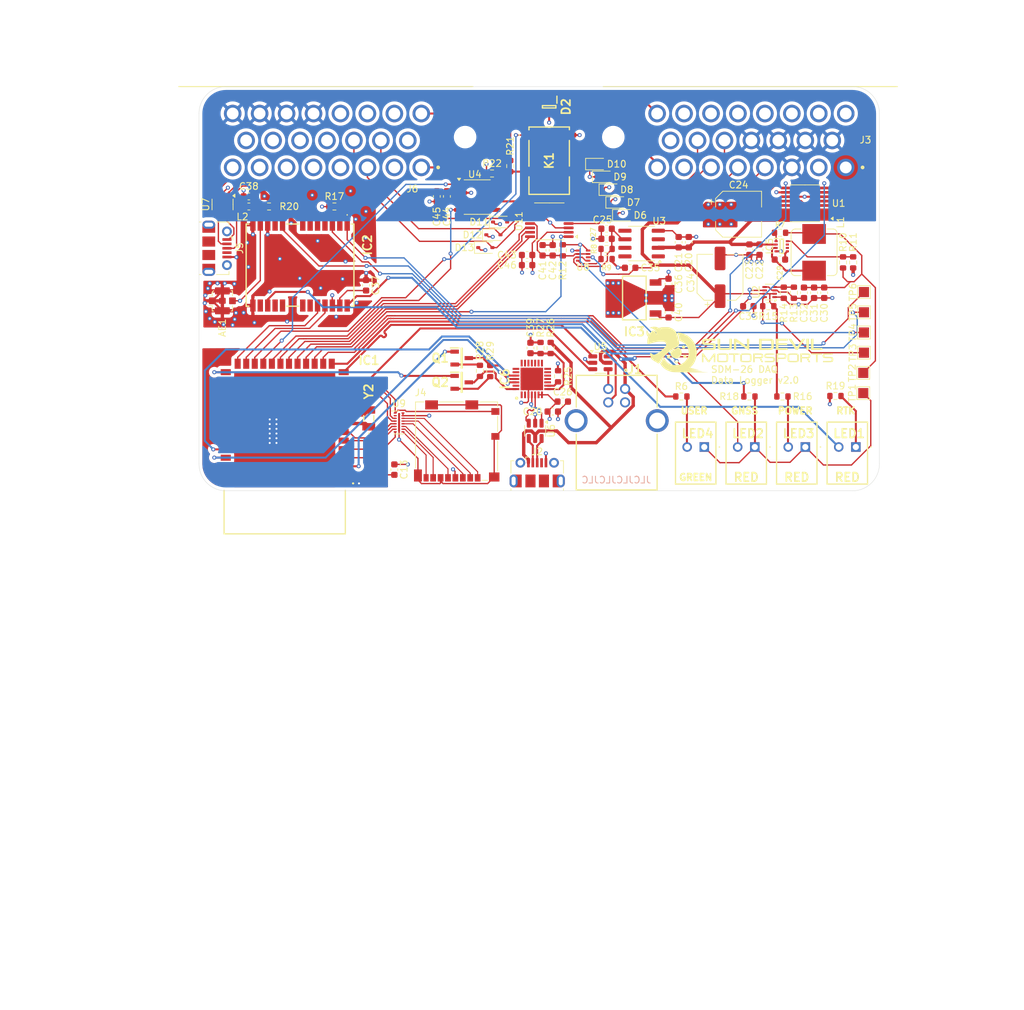
<source format=kicad_pcb>
(kicad_pcb (version 20241229) (generator "pcbnew") (generator_version "9.0")
  (layers (0 "F.Cu" signal) (4 "In1.Cu" signal) (6 "In2.Cu" signal) (2 "B.Cu" signal) (13 "F.Paste" user) (15 "B.Paste" user) (5 "F.SilkS" user "F.Silkscreen") (7 "B.SilkS" user "B.Silkscreen") (1 "F.Mask" user) (3 "B.Mask" user) (25 "Edge.Cuts" user))
  (net 0 "")
  (net 1 "GND")
  (net 2 "+3.3V")
  (net 3 "/RF_IN")
  (net 4 "VCC")
  (net 5 "Net-(U3-OUT)")
  (net 6 "/BTSB")
  (net 7 "/SMPS_SW")
  (net 8 "/5V_SMPS_OUT")
  (net 9 "Net-(U2-MODE)")
  (net 10 "VBUS")
  (net 11 "+5V")
  (net 12 "/BIAS_T")
  (net 13 "Net-(IC6-VBUS)")
  (net 14 "+5VA")
  (net 15 "/CAN-")
  (net 16 "/CAN+")
  (net 17 "/AIN0")
  (net 18 "/AIN1")
  (net 19 "/AIN2")
  (net 20 "/AIN3")
  (net 21 "/AIN4")
  (net 22 "/AIN5")
  (net 23 "/AIN6")
  (net 24 "/AIN7")
  (net 25 "/SD_CMD")
  (net 29 "/I2C1_SCL")
  (net 31 "/SD_DAT0")
  (net 32 "/USER_LED")
  (net 33 "/U0RXD")
  (net 34 "/CAN_CTX")
  (net 35 "/SD_DAT1")
  (net 36 "/CAN_RTX")
  (net 37 "/SD_CD")
  (net 38 "/XTAL_32K_N")
  (net 39 "/I2C1_SDA")
  (net 40 "/SD_DAT2")
  (net 41 "/GPIO0")
  (net 42 "/UART1_D-")
  (net 43 "/SD_CLK")
  (net 44 "/U0TXD")
  (net 45 "/CHIP_PU")
  (net 46 "/UART2_RX")
  (net 47 "/UART1_D+")
  (net 49 "/ADC_CLK")
  (net 50 "/ADC_CS")
  (net 51 "/UART2_TX")
  (net 52 "/DOUT")
  (net 56 "/ADC_DIN")
  (net 58 "/SD_DAT3")
  (net 59 "/XTAL_32K_P")
  (net 61 "/GPS_D-")
  (net 62 "Net-(IC2-GND_4)")
  (net 63 "/Safeboot")
  (net 64 "/D_SEL")
  (net 65 "/GPS_D+")
  (net 70 "/VUSB")
  (net 71 "/VCC_RF")
  (net 72 "/RTK_STAT")
  (net 73 "/PPS_LED")
  (net 74 "Net-(IC2-RESET_N)")
  (net 79 "/PG")
  (net 80 "/SMPS_FB")
  (net 83 "/PROG_D-")
  (net 89 "/PROG_D+")
  (net 92 "Net-(IC6-RTS)")
  (net 93 "Net-(IC6-DTR)")
  (net 99 "/RSTB")
  (net 103 "/USBB_D+")
  (net 104 "/USBB_D-")
  (net 106 "/USBM_D-")
  (net 109 "/USBM_D+")
  (net 117 "+BATT")
  (net 118 "Net-(J4-DAT2)")
  (net 119 "Net-(J4-CLK)")
  (net 120 "Net-(J4-DAT0)")
  (net 121 "Net-(J4-DAT1)")
  (net 122 "Net-(J4-CMD)")
  (net 123 "Net-(J4-DAT3{slash}CD)")
  (net 126 "/USBM2_D+")
  (net 127 "/USBM2_D-")
  (net 135 "Net-(LED1-K)")
  (net 136 "unconnected-(J3-Pin_7-Pad7)")
  (net 137 "/PWR_LED")
  (net 138 "/USR_LED_RSTR")
  (net 139 "Net-(Q1-B)")
  (net 140 "Net-(Q2-B)")
  (net 141 "Net-(U8-PR1)")
  (net 142 "Net-(U8-ST)")
  (net 143 "/PR1")
  (net 144 "/ST")
  (net 145 "Net-(U4-Rs)")
  (net 167 "/CAN_TERM")
  (net 168 "Net-(K1-COM)")
  (net 169 "Net-(IC1-3V3)")
  (footprint "Capacitor_SMD:C_0603_1608Metric" (layer "F.Cu") (at 157.5 49.3 90)
    (property "Reference" "C42")
    (property "Value" "1uF")
  )
  (footprint "Resistor_SMD:R_0603_1608Metric" (layer "F.Cu") (at 191.8 55.6 -90)
    (property "Reference" "R14")
    (property "Value" "10k")
  )
  (footprint "Capacitor_SMD:C_0603_1608Metric" (layer "F.Cu") (at 186.7 49.2 90)
    (property "Reference" "C23")
    (property "Value" "100nF")
  )
  (footprint "Resistor_SMD:R_0603_1608Metric" (layer "F.Cu") (at 186.7 71 180)
    (property "Reference" "R18")
    (property "Value" "330uF")
  )
  (footprint "Package_SO:SOIC-8_3.9x4.9mm_P1.27mm" (layer "F.Cu") (at 170.7 48.3 180)
    (property "Reference" "U3")
    (property "Value" "ADR425BRZ")
  )
  (footprint "VoltageRegulators:SOT-5X3" (layer "F.Cu") (at 162 48.6)
    (property "Reference" "U8")
    (property "Value" "TPS2116")
  )
  (footprint "Capacitor_SMD:C_0603_1608Metric" (layer "F.Cu") (at 112.4 41.3 180)
    (property "Reference" "C38")
    (property "Value" "100nF")
  )
  (footprint "LEDs:SSFLXH100LID01" (layer "F.Cu") (at 202.5 78.5)
    (property "Reference" "LED1")
    (property "Value" "RED")
  )
  (footprint "Package_SO:TSSOP-16_4.4x5mm_P0.65mm" (layer "F.Cu") (at 157 45 180)
    (property "Reference" "U11")
    (property "Value" "ADC128S102")
  )
  (footprint "Inductor_SMD:L_0603_1608Metric" (layer "F.Cu") (at 112.4 42.8)
    (property "Reference" "L2")
    (property "Value" "27nH")
  )
  (footprint "VoltageRegulators:SOT230P700X180-4N" (layer "F.Cu") (at 169.62 56.38 180)
    (property "Reference" "IC3")
    (property "Value" "MIC37100-3.3WS" (hide yes))
  )
  (footprint "Connector_Card:microSD_HC_Molex_104031-0811" (layer "F.Cu") (at 143.255 77.625 180)
    (property "Reference" "J4")
    (property "Value" "Molex_1040310811")
  )
  (footprint "Capacitor_SMD:C_0603_1608Metric" (layer "F.Cu") (at 176.2 48.1 90)
    (property "Reference" "C21")
    (property "Value" "100nF")
  )
  (footprint "Resistor_SMD:R_0603_1608Metric" (layer "F.Cu") (at 202.1 51.1 -90)
    (property "Reference" "R11")
    (property "Value" "10k")
  )
  (footprint "Capacitor_SMD:C_0603_1608Metric" (layer "F.Cu") (at 158.995 71.76)
    (property "Reference" "C26")
    (property "Value" "100nF")
  )
  (footprint "Resistor_SMD:R_0603_1608Metric" (layer "F.Cu") (at 199.47 70.93 180)
    (property "Reference" "R19")
    (property "Value" "330uF")
  )
  (footprint "USBs:67068-7041" (layer "F.Cu") (at 167 74.585)
    (property "Reference" "J1")
    (property "Value" "USB_B" (hide yes))
  )
  (footprint "Resistor_SMD:R_0603_1608Metric" (layer "F.Cu") (at 165.5 50.6)
    (property "Reference" "R9")
    (property "Value" "10k")
  )
  (footprint "Resistor_SMD:R_0603_1608Metric" (layer "F.Cu") (at 115.4 42.8)
    (property "Reference" "R20")
    (property "Value" "10uF")
  )
  (footprint "Package_SO:SOIC-8_3.9x4.9mm_P1.27mm" (layer "F.Cu") (at 146.3 41.4)
    (property "Reference" "U4")
    (property "Value" "SN65HVD230")
  )
  (footprint "Resistor_SMD:R_0603_1608Metric" (layer "F.Cu") (at 157.2 63.8 90)
    (property "Reference" "R26")
    (property "Value" "22.1K")
  )
  (footprint "Diode_SMD:D_SOD-323" (layer "F.Cu") (at 147.5 48.9)
    (property "Reference" "D13")
    (property "Value" "TVS")
  )
  (footprint "Capacitor_SMD:C_0603_1608Metric" (layer "F.Cu") (at 141.8 41.3 90)
    (property "Reference" "C44")
    (property "Value" "100nF")
  )
  (footprint "Package_TO_SOT_SMD:SOT-23-6" (layer "F.Cu") (at 154.9 76.1 -90)
    (property "Reference" "U6")
    (property "Value" "USBLC6-2SC6")
  )
  (footprint "Capacitor_SMD:C_0603_1608Metric" (layer "F.Cu") (at 196.3 55.6 -90)
    (property "Reference" "C31")
    (property "Value" "22uF")
  )
  (footprint "Capacitor_SMD:C_0603_1608Metric" (layer "F.Cu") (at 177.7 48.1 90)
    (property "Reference" "C20")
    (property "Value" "10uF")
  )
  (footprint "Resistor_SMD:R_0603_1608Metric" (layer "F.Cu") (at 155.7 63.8 90)
    (property "Reference" "R27")
    (property "Value" "47.5K")
  )
  (footprint "Resistor_SMD:R_0603_1608Metric" (layer "F.Cu") (at 189.5 57.6)
    (property "Reference" "R15")
    (property "Value" "10k")
  )
  (footprint "LEDs:SSFLXH100LID01" (layer "F.Cu") (at 180 78.5)
    (property "Reference" "LED4")
    (property "Value" "GREEN")
  )
  (footprint "Connector_USB:USB_Micro-B_Molex-105017-0001" (layer "F.Cu") (at 107.69 49 -90)
    (property "Reference" "J5")
    (property "Value" "USB_B_Micro")
  )
  (footprint "Capacitor_SMD:C_0603_1608Metric" (layer "F.Cu") (at 191.225 50.675 180)
    (property "Reference" "C29")
    (property "Value" "100nF")
  )
  (footprint "Resistor_SMD:R_0603_1608Metric" (layer "F.Cu") (at 193.3 55.6 90)
    (property "Reference" "R13")
    (property "Value" "10k")
  )
  (footprint "LOGO" (layer "F.Cu") (at 185.318314 64.028569)
    (property "Reference" "G***" (hide yes))
    (property "Value" "LOGO" (hide yes))
  )
  (footprint "Diode_SMD:D_SOD-323" (layer "F.Cu") (at 149.7 45.1)
    (property "Reference" "D11")
    (property "Value" "TVS")
  )
  (footprint "Resistor_SMD:R_0603_1608Metric" (layer "F.Cu") (at 191.6 71)
    (property "Reference" "R16")
    (property "Value" "220")
  )
  (footprint "Resistor_SMD:R_0603_1608Metric" (layer "F.Cu") (at 125.1 42.8 180)
    (property "Reference" "R17")
    (property "Value" "10k")
  )
  (footprint "Package_TO_SOT_SMD:SOT-23-6" (layer "F.Cu") (at 108.5 42.5 -90)
    (property "Reference" "U7")
    (property "Value" "USBLC6-2SC6")
  )
  (footprint "Resistor_SMD:R_0603_1608Metric" (layer "F.Cu") (at 148.5 37.9)
    (property "Reference" "R22")
    (property "Value" "10k")
  )
  (footprint "Microcontrollers:ESP32S3WROOM1N8R8" (layer "F.Cu") (at 117.725 78.64 180)
    (property "Reference" "IC1")
    (property "Value" "ESP32-S3-WROOM-1-N8R8" (hide yes))
  )
  (footprint "Capacitor_SMD:C_0603_1608Metric" (layer "F.Cu") (at 169 51.899 180)
    (property "Reference" "C35")
    (property "Value" "1uF")
  )
  (footprint "Capacitor_SMD:C_0603_1608Metric" (layer "F.Cu") (at 140.3 41.3 90)
    (property "Reference" "C45")
    (property "Value" "100nF")
  )
  (footprint "Capacitor_SMD:CP_Elec_6.3x5.9" (layer "F.Cu") (at 185.1 43.95)
    (property "Reference" "C24")
    (property "Value" "47uF")
  )
  (footprint "Capacitor_SMD:C_0603_1608Metric" (layer "F.Cu") (at 165.5 47.6 180)
    (property "Reference" "C27")
    (property "Value" "1uF")
  )
  (footprint "Package_SO:TSSOP-16_4.4x5mm_P0.65mm" (layer "F.Cu") (at 194.95 42.325 180)
    (property "Reference" "U1")
    (property "Value" "INA260")
  )
  (footprint "Diode_SMD:D_SOD-323" (layer "F.Cu") (at 164 36.5)
    (property "Reference" "D10")
    (property "Value" "TVS")
  )
  (footprint "Capacitor_SMD:C_0603_1608Metric" (layer "F.Cu") (at 156 49.3 90)
    (property "Reference" "C41")
    (property "Value" "100nF")
  )
  (footprint "Inductor_SMD:L_Bourns_SRP7028A_7.3x6.6mm" (layer "F.Cu") (at 196.3 49.6 -90)
    (property "Reference" "L1")
    (property "Value" "4.7uH")
  )
  (footprint "Capacitor_SMD:C_0603_1608Metric" (layer "F.Cu") (at 157.51 73.24)
    (property "Reference" "C28")
    (property "Value" "100nF")
  )
  (footprint "USBUART:QFN50P500X500X80-29N-D" (layer "F.Cu") (at 154.4 68.4 90)
    (property "Reference" "IC6")
    (property "Value" "CP2102N-A02-GQFN28" (hide yes))
  )
  (footprint "Capacitor_SMD:C_0603_1608Metric" (layer "F.Cu") (at 129.8 54.5 -90)
    (property "Reference" "C37")
    (property "Value" "1uF")
  )
  (footprint "Capacitor_SMD:C_0603_1608Metric" (layer "F.Cu") (at 153.7 51.5 180)
    (property "Reference" "C46")
    (property "Value" "1uF")
  )
  (footprint "Resistor_SMD:R_0603_1608Metric" (layer "F.Cu") (at 176.6 71)
    (property "Reference" "R6")
    (property "Value" "220")
  )
  (footprint "TestPoint:TestPoint_Pad_1.5x1.5mm" (layer "F.Cu") (at 203.7 58.5 90)
    (property "Reference" "TP5")
    (property "Value" "Reset")
  )
  (footprint "Resistor_SMD:R_0603_1608Metric" (layer "F.Cu") (at 200.6 51.1 90)
    (property "Reference" "R10")
    (property "Value" "74.1k")
  )
  (footprint "Connectors:CONN23_776087_TEC" (layer "F.Cu") (at 137.999998 37)
    (property "Reference" "J6")
    (property "Value" "1-776087-4")
  )
  (footprint "TestPoint:TestPoint_Pad_1.5x1.5mm" (layer "F.Cu") (at 203.6 70.5 90)
    (property "Reference" "TP1")
    (property "Value" "GND")
  )
  (footprint "LEDs:SSFLXH100LID01" (layer "F.Cu") (at 187.5 78.5)
    (property "Reference" "LED2")
    (property "Value" "RED")
  )
  (footprint "Capacitor_SMD:C_0603_1608Metric" (layer "F.Cu") (at 154.2 63.8 90)
    (property "Reference" "C39")
    (property "Value" "1uF")
  )
  (footprint "Transistors:SOT96P237X111-3N" (layer "F.Cu") (at 144 65.3)
    (property "Reference" "Q1")
    (property "Value" "SOT96P237X111-3N" (hide yes))
  )
  (footprint "Diode_SMD:D_SOD-323" (layer "F.Cu") (at 165 38.4)
    (property "Reference" "D9")
    (property "Value" "TVS")
  )
  (footprint "Package_TO_SOT_SMD:SOT-23-6" (layer "F.Cu") (at 164.5875 66)
    (property "Reference" "U5")
    (property "Value" "USBLC6-2SC6")
  )
  (footprint "Capacitor_SMD:C_0603_1608Metric" (layer "F.Cu") (at 134 81.855 -90)
    (property "Reference" "C13")
    (property "Value" "100nF")
  )
  (footprint "Package_TO_SOT_SMD:SOT-583-8" (layer "F.Cu") (at 189.7 55.5 180)
    (property "Reference" "U2")
    (property "Value" "TPS2116DRL")
  )
  (footprint "uSDs:UQFN-17-3.5x1.2mm" (layer "F.Cu") (at 134.7 74.85)
    (property "Reference" "U9")
    (property "Value" "ST_EMIF06-MSD02N16")
  )
  (footprint "Capacitor_SMD:C_0603_1608Metric" (layer "F.Cu") (at 197.8 55.6 -90)
    (property "Reference" "C30")
    (property "Value" "22uF")
  )
  (footprint "Capacitor_SMD:C_0603_1608Metric" (layer "F.Cu") (at 165.5 46.1 180)
    (property "Reference" "C25")
    (property "Value" "100nF")
  )
  (footprint "TestPoint:TestPoint_Pad_1.5x1.5mm" (layer "F.Cu") (at 203.6 67.5 90)
    (property "Reference" "TP2")
    (property "Value" "SMPS_OUT")
  )
  (footprint "VoltageRegulators:SOTFL50P160X60-8N" (layer "F.Cu") (at 191.5 48.7)
    (property "Reference" "IC5")
    (property "Value" "TPS563211DRLR" (hide yes))
  )
  (footprint "TestPoint:TestPoint_Pad_1.5x1.5mm" (layer "F.Cu") (at 203.7 64.5 90)
    (property "Reference" "TP3")
    (property "Value" "ST_5V")
  )
  (footprint "Relays:IMB03IGR" (layer "F.Cu") (at 156.98 36 -90)
    (property "Reference" "K1")
    (property "Value" "IMB03IGR" (hide yes))
  )
  (footprint "Crystals:ECX327CDX2096" (layer "F.Cu") (at 130.2 74.25 90)
    (property "Reference" "Y2")
    (property "Value" "ECX-.327-CDX-2096" (hide yes))
  )
  (footprint "Capacitor_SMD:C_0603_1608Metric" (layer "F.Cu") (at 174.7 58.5 -90)
    (property "Reference" "C40")
    (property "Value" "10uF")
  )
  (footprint "Transistors:SOT96P237X111-3N" (layer "F.Cu") (at 144 68.9)
    (property "Reference" "Q2")
    (property "Value" "SOT96P237X111-3N" (hide yes))
  )
  (footprint "LEDs:SSFLXH100LID01" (layer "F.Cu") (at 195 78.5)
    (property "Reference" "LED3")
    (property "Value" "RED")
  )
  (footprint "Resistor_SMD:R_0603_1608Metric" (layer "F.Cu") (at 165.5 49.1 180)
    (property "Reference" "R8")
    (property "Value" "10k")
  )
  (footprint "Resistor_SMD:R_0603_1608Metric" (layer "F.Cu") (at 158.3 68 90)
    (property "Reference" "R25")
    (property "Value" "1k")
  )
  (footprint "Connector_Coaxial:U.FL_Molex_MCRF_73412-0110_Vertical" (layer "F.Cu") (at 108.47 56.8 90)
    (property "Reference" "AE1")
    (property "Value" "UFL")
  )
  (footprint "Capacitor_SMD:C_0603_1608Metric" (layer "F.Cu") (at 186.54 57.6)
    (property "Reference" "C33")
    (property "Value" "1uF")
  )
  (footprint "Diode_SMD:D_SOD-323" (layer "F.Cu") (at 166 40.3)
    (property "Reference" "D8")
    (property "Value" "TVS")
  )
  (footprint "Connector_USB:USB_Micro-B_Molex-105017-0001" (layer "F.Cu") (at 155.2 82.3)
    (property "Reference" "J2")
    (property "Value" "USB_B_Micro")
  )
  (footprint "Capacitor_SMD:CP_Elec_6.3x5.9" (layer "F.Cu") (at 182.34 53.31 90)
    (property "Reference" "C34")
    (property "Value" "100uF")
  )
  (footprint "TestPoint:TestPoint_Pad_1.5x1.5mm" (layer "F.Cu") (at 203.7 61.5 90)
    (property "Reference" "TP4")
    (property "Value" "ST_5VA")
  )
  (footprint "Capacitor_SMD:C_0603_1608Metric" (layer "F.Cu") (at 153.7 50 180)
    (property "Reference" "C43")
    (property "Value" "100nF")
  )
  (footprint "Diode_SMD:D_SOD-323" (layer "F.Cu") (at 168 44.1)
    (property "Reference" "D6")
    (property "Value" "TVS")
  )
  (footprint "Resistor_SMD:R_0603_1608Metric" (layer "F.Cu") (at 148.225 67.225 90)
    (property "Reference" "R29")
    (property "Value" "10k")
  )
  (footprint "Resistor_SMD:R_0603_1608Metric" (layer "F.Cu") (at 151.2 36.8 90)
    (property "Reference" "R21")
    (property "Value" "120")
  )
  (footprint "Resistor_SMD:R_0603_1608Metric" (layer "F.Cu") (at 159 49.3 -90)
    (property "Reference" "R12")
    (property "Value" "10k")
  )
  (footprint "TestPoint:TestPoint_Pad_1.5x1.5mm" (layer "F.Cu") (at 203.7 55.5 90)
    (property "Reference" "TP6")
    (property "Value" "Safeboot")
  )
  (footprint "Diodes:SOT65P210X110-3N" (layer "F.Cu") (at 156.98 28 -90)
    (property "Reference" "D2")
    (property "Value" "ESDCAN03-2BWY" (hide yes))
  )
  (footprint "GNSS:NEOF9P15B" (layer "F.Cu") (at 120 51.5 90)
    (property "Reference" "IC2")
    (property "Value" "NEO-F9P-15B" (hide yes))
  )
  (footprint "Connectors:CONN23_776087_TEC" (layer "F.Cu") (at 201 37)
    (property "Reference" "J3")
    (property "Value" "1-776087-4")
  )
  (footprint "Resistor_SMD:R_0603_1608Metric" (layer "F.Cu") (at 146.7 67.2 -90)
    (property "Reference" "R28")
    (property "Value" "10k")
  )
  (footprint "Resistor_SMD:R_0603_1608Metric" (layer "F.Cu") (at 191.25 46.7)
    (property "Reference" "R7")
    (property "Value" "10k")
  )
  (footprint "Diode_SMD:D_SOD-323" (layer "F.Cu") (at 167 42.2)
    (property "Reference" "D7")
    (property "Value" "TVS")
  )
  (footprint "Capacitor_SMD:C_0603_1608Metric" (layer "F.Cu") (at 188.2 49.2 90)
    (property "Reference" "C22")
    (property "Value" "22uF")
  )
  (footprint "Capacitor_SMD:C_0603_1608Metric" (layer "F.Cu") (at 194.8 55.6 -90)
    (property "Reference" "C32")
    (property "Value" "1uF")
  )
  (footprint "Diode_SMD:D_SOD-323" (layer "F.Cu") (at 148.7 47)
    (property "Reference" "D12")
    (property "Value" "TVS")
  )
  (footprint "Capacitor_SMD:C_0603_1608Metric" (layer "F.Cu") (at 174.7 54.3 90)
    (property "Reference" "C36")
    (property "Value" "10uF")
  )
  (gr_line (start 202 85) (end 109 85) (stroke (width 0.05)) (layer "Edge.Cuts"))
  (gr_arc (start 202 25) (mid 204.828427 26.171573) (end 206 29) (stroke (width 0.05)) (layer "Edge.Cuts"))
  (gr_line (start 105 81) (end 105 29) (stroke (width 0.05)) (layer "Edge.Cuts"))
  (gr_line (start 109 25) (end 202 25) (stroke (width 0.05)) (layer "Edge.Cuts"))
  (gr_arc (start 105 29) (mid 106.171573 26.171573) (end 109 25) (stroke (width 0.05)) (layer "Edge.Cuts"))
  (gr_arc (start 206 81) (mid 204.828427 83.828427) (end 202 85) (stroke (width 0.05)) (layer "Edge.Cuts"))
  (gr_line (start 206 29) (end 206 81) (stroke (width 0.05)) (layer "Edge.Cuts"))
  (gr_arc (start 109 85) (mid 106.171573 83.828427) (end 105 81) (stroke (width 0.05)) (layer "Edge.Cuts"))
  (gr_text "USER" (at 178.5 73.7 0) (layer "F.SilkS") (effects (font (size 1 1) (thickness 0.25) (bold yes)) (justify bottom)))
  (gr_text "POWER" (at 193.5 73.7 0) (layer "F.SilkS") (effects (font (size 1 1) (thickness 0.25) (bold yes)) (justify bottom)))
  (gr_text "SDM-26 DAQ\nData Logger v2.0" (at 180.91 69.17 0) (layer "F.SilkS") (effects (font (size 1 1)) (justify left bottom)))
  (gr_text "RTK" (at 201 73.7 0) (layer "F.SilkS") (effects (font (size 1 1) (thickness 0.25) (bold yes)) (justify bottom)))
  (gr_text "GNSS" (at 186 73.7 0) (layer "F.SilkS") (effects (font (size 1 1) (thickness 0.25) (bold yes)) (justify bottom)))
  (gr_text "JLCJLCJLCJLC" (at 172.19 83.97 0) (layer "B.SilkS") (effects (font (size 1 1)) (justify left bottom mirror)))
  (segment (start 113.01 46.95) (end 113.01 45.51) (width 0.2) (layer "F.Cu") (net 1))
  (segment (start 184.73 49.975) (end 182.875 49.975) (width 0.2) (layer "F.Cu") (net 1))
  (segment (start 182.32 80.82) (end 180 78.5) (width 0.2) (layer "F.Cu") (net 1))
  (segment (start 186.3 50.375) (end 186.7 49.975) (width 0.2) (layer "F.Cu") (net 1))
  (segment (start 153.699 71.9) (end 152.85 71.9) (width 0.2) (layer "F.Cu") (net 1))
  (segment (start 191.625 56.25) (end 191.8 56.425) (width 0.2) (layer "F.Cu") (net 1))
  (segment (start 145.495 72.25) (end 139.525 72.25) (width 0.2) (layer "F.Cu") (net 1))
  (segment (start 156.5 79.45) (end 156.49 79.44) (width 0.3) (layer "F.Cu") (net 1))
  (segment (start 188.5 51) (end 188.5 50.275) (width 0.2) (layer "F.Cu") (net 1))
  (segment (start 197.8125 42) (end 197.8125 41.35) (width 0.3) (layer "F.Cu") (net 1))
  (segment (start 141.8 40.525) (end 143.585 40.525) (width 0.2) (layer "F.Cu") (net 1))
  (segment (start 162.787501 66) (end 163.45 66) (width 0.3) (layer "F.Cu") (net 1))
  (segment (start 186.3 51) (end 186.3 50.375) (width 0.2) (layer "F.Cu") (net 1))
  (segment (start 187.8 50.375) (end 188.2 49.975) (width 0.2) (layer "F.Cu") (net 1))
  (segment (start 177.7 47.325) (end 176.2 47.325) (width 0.2) (layer "F.Cu") (net 1))
  (segment (start 149.896 76.024) (end 149.896 72.424) (width 0.2) (layer "F.Cu") (net 1))
  (segment (start 163 36.55) (end 162.95 36.5) (width 0.2) (layer "F.Cu") (net 1))
  (segment (start 197.8125 41.35) (end 194.89 41.35) (width 0.3) (layer "F.Cu") (net 1))
  (segment (start 156.975 29.055) (end 156.98 29.05) (width 0.3) (layer "F.Cu") (net 1))
  (segment (start 134.7 74.85) (end 134.7 77.4) (width 0.2) (layer "F.Cu") (net 1))
  (segment (start 154.9 73.65) (end 154.9 74.9625) (width 0.2) (layer "F.Cu") (net 1))
  (segment (start 187 50.275) (end 186.7 49.975) (width 0.2) (layer "F.Cu") (net 1))
  (segment (start 157.51 48.515) (end 157.5 48.525) (width 0.2) (layer "F.Cu") (net 1))
  (segment (start 155.7 62.975) (end 154.25 62.975) (width 0.3) (layer "F.Cu") (net 1))
  (segment (start 192.705 57.33) (end 194.01 57.33) (width 0.2) (layer "F.Cu") (net 1))
  (segment (start 187.8 51) (end 187.8 50.375) (width 0.2) (layer "F.Cu") (net 1))
  (segment (start 147.675 36.5) (end 147.675 37.9) (width 0.2) (layer "F.Cu") (net 1))
  (segment (start 187.525 71) (end 187.525 78.475) (width 0.3) (layer "F.Cu") (net 1))
  (segment (start 108.5 41.3625) (end 108.5 40.8) (width 0.2) (layer "F.Cu") (net 1))
  (segment (start 177.7 47.325) (end 178.775 47.325) (width 0.2) (layer "F.Cu") (net 1))
  (segment (start 188.15 49.975) (end 188.225 49.9) (width 0.3) (layer "F.Cu") (net 1))
  (segment (start 152.925 51.5) (end 152.925 50) (width 0.2) (layer "F.Cu") (net 1))
  (segment (start 163 38.4) (end 163.95 38.4) (width 0.2) (layer "F.Cu") (net 1))
  (segment (start 162.30962 65.522119) (end 162.787501 66) (width 0.3) (layer "F.Cu") (net 1))
  (segment (start 197.69 81.17) (end 195.02 78.5) (width 0.2) (layer "F.Cu") (net 1))
  (segment (start 192.73 80.77) (end 189.77 80.77) (width 0.2) (layer "F.Cu") (net 1))
  (segment (start 129.81 53.715) (end 129.8 53.725) (width 0.2) (layer "F.Cu") (net 1))
  (segment (start 153.699 71.89827) (end 153.699 71.9) (width 0.2) (layer "F.Cu") (net 1))
  (segment (start 194.89 41.35) (end 192.0875 41.35) (width 0.3) (layer "F.Cu") (net 1))
  (segment (start 106.995 56.8) (end 108.47 58.275) (width 0.3) (layer "F.Cu") (net 1))
  (segment (start 153.9 70.75) (end 153.9 71.69727) (width 0.2) (layer "F.Cu") (net 1))
  (segment (start 153.9 71.69727) (end 153.699 71.89827) (width 0.2) (layer "F.Cu") (net 1))
  (segment (start 109.1525 50.3) (end 110.53 50.3) (width 0.3) (layer "F.Cu") (net 1))
  (segment (start 178.775 47.325) (end 178.8 47.3) (width 0.2) (layer "F.Cu") (net 1))
  (segment (start 152.85 71.9) (end 152.825 71.925) (width 0.2) (layer "F.Cu") (net 1))
  (segment (start 106.97 56.8) (end 106.995 56.8) (width 0.3) (layer "F.Cu") (net 1))
  (segment (start 190.44 56.25) (end 191.625 56.25) (width 0.2) (layer "F.Cu") (net 1))
  (segment (start 187.525 78.475) (end 187.5 78.5) (width 0.3) (layer "F.Cu") (net 1))
  (segment (start 167.91 43.74) (end 167.31 43.74) (width 0.2) (layer "F.Cu") (net 1))
  (segment (start 137.5 82.725) (end 137.5 80.2) (width 0.2) (layer "F.Cu") (net 1))
  (segment (start 166.325 51.005) (end 167.18 51.86) (width 0.3) (layer "F.Cu") (net 1))
  (segment (start 160.4 49.34) (end 161.28 49.34) (width 0.2) (layer "F.Cu") (net 1))
  (segment (start 138.034 83.926) (end 140.759 83.926) (width 0.2) (layer "F.Cu") (net 1))
  (segment (start 175.27 46.395) (end 173.175 46.395) (width 0.2) (layer "F.Cu") (net 1))
  (segment (start 154.25 62.975) (end 154.2 63.025) (width 0.3) (layer "F.Cu") (net 1))
  (segment (start 147.95 47.3) (end 147.65 47) (width 0.2) (layer "F.Cu") (net 1))
  (segment (start 158.29 74.36) (end 158.29 73.245) (width 0.2) (layer "F.Cu") (net 1))
  (segment (start 188.5 50.275) (end 188.2 49.975) (width 0.2) (layer "F.Cu") (net 1))
  (segment (start 187.315 59) (end 187.315 57.6) (width 0.2) (layer "F.Cu") (net 1))
  (segment (start 153.05 51.525) (end 153.025 51.5) (width 0.2) (layer "F.Cu") (net 1))
  (segment (start 154.225 63) (end 154.2 63.025) (width 0.3) (layer "F.Cu") (net 1))
  (segment (start 140.86 83.075) (end 140.86 83.552) (width 0.2) (layer "F.Cu") (net 1))
  (segment (start 156.5 80.8375) (end 156.5 79.45) (width 0.3) (layer "F.Cu") (net 1))
  (segment (start 153.9 68.9) (end 154.4 68.4) (width 0.2) (layer "F.Cu") (net 1))
  (segment (start 154.225 61.85) (end 154.225 63) (width 0.3) (layer "F.Cu") (net 1))
  (segment (start 176.2 47.325) (end 175.27 46.395) (width 0.2) (layer "F.Cu") (net 1))
  (segment (start 189.77 80.77) (end 187.5 78.5) (width 0.2) (layer "F.Cu") (net 1))
  (segment (start 141.234 83.926) (end 147.844 83.926) (width 0.2) (layer "F.Cu") (net 1))
  (segment (start 158.285 73.24) (end 159.765 71.76) (width 0.2) (layer "F.Cu") (net 1))
  (segment (start 129.81 52.66) (end 129.81 53.715) (width 0.2) (layer "F.Cu") (net 1))
  (segment (start 157.90513 45.975) (end 159.8625 45.975) (width 0.2) (layer "F.Cu") (net 1))
  (segment (start 110.53 50.3) (end 110.56 50.33) (width 0.3) (layer "F.Cu") (net 1))
  (segment (start 194.01 57.33) (end 195.345 57.33) (width 0.2) (layer "F.Cu") (net 1))
  (segment (start 140.86 83.552) (end 141.234 83.926) (width 0.2) (layer "F.Cu") (net 1))
  (segment (start 115.18 45.52) (end 115.2 45.5) (width 0.2) (layer "F.Cu") (net 1))
  (segment (start 111.625 40.41) (end 111.625 41.3) (width 0.2) (layer "F.Cu") (net 1))
  (segment (start 166.325 50.6) (end 166.325 51.005) (width 0.3) (layer "F.Cu") (net 1))
  (segment (start 197.625 37.625) (end 197 37) (width 0.3) (layer "F.Cu") (net 1))
  (segment (start 156.975 30.35) (end 156.975 29.055) (width 0.3) (layer "F.Cu") (net 1))
  (segment (start 140.3 40.525) (end 141.8 40.525) (width 0.2) (layer "F.Cu") (net 1))
  (segment (start 197.8125 42.65) (end 197.8125 42) (width 0.3) (layer "F.Cu") (net 1))
  (segment (start 197.8 56.375) (end 196.3 56.375) (width 0.2) (layer "F.Cu") (net 1))
  (segment (start 148.97 45.42) (end 148.65 45.1) (width 0.2) (layer "F.Cu") (net 1))
  (segment (start 186.7 49.975) (end 184.73 49.975) (width 0.2) (layer "F.Cu") (net 1))
  (segment (start 201.848 81.17) (end 197.69 81.17) (width 0.2) (layer "F.Cu") (net 1))
  (segment (start 187.5 78.5) (end 185.18 80.82) (width 0.2) (layer "F.Cu") (net 1))
  (segment (start 166.43 41.72) (end 165.95 42.2) (width 0.2) (layer "F.Cu") (net 1))
  (segment (start 149.722 72.25) (end 145.495 72.25) (width 0.2) (layer "F.Cu") (net 1))
  (segment (start 153.9 70.75) (end 153.9 68.9) (width 0.2) (layer "F.Cu") (net 1))
  (segment (start 167.18 51.86) (end 168.186 51.86) (width 0.3) (layer "F.Cu") (net 1))
  (segment (start 187 51) (end 187 50.275) (width 0.2) (layer "F.Cu") (net 1))
  (segment (start 191.37 49.45) (end 190.662 49.45) (width 0.3) (layer "F.Cu") (net 1))
  (segment (start 191.8 56.425) (end 192.705 57.33) (width 0.2) (layer "F.Cu") (net 1))
  (segment (start 165.3 39.95) (end 164.95 40.3) (width 0.2) (layer "F.Cu") (net 1))
  (segment (start 159.765 71.76) (end 159.77 71.76) (width 0.2) (layer "F.Cu") (net 1))
  (segment (start 160.005 32.225) (end 159.98 32.2) (width 0.3) (layer "F.Cu") (net 1))
  (segment (start 185.18 80.82) (end 182.32 80.82) (width 0.2) (layer "F.Cu") (net 1))
  (segment (start 147.844 83.926) (end 148.82 82.95) (width 0.2) (layer "F.Cu") (net 1))
  (segment (start 159.98 32.2) (end 161.5 32.2) (width 0.3) (layer "F.Cu") (net 1))
  (segment (start 204.71 71.61) (end 204.71 78.308) (width 0.2) (layer "F.Cu") (net 1))
  (segment (start 163.5 47.6) (end 164.725 47.6) (width 0.2) (layer "F.Cu") (net 1))
  (segment (start 149.68 45.42) (end 148.97 45.42) (width 0.2) (layer "F.Cu") (net 1))
  (segment (start 197.125 37.125) (end 197 37) (width 0.3) (layer "F.Cu") (net 1))
  (segment (start 156.60513 44.675) (end 157.125065 45.194935) (width 0.2) (layer "F.Cu") (net 1))
  (segment (start 165.89 39.95) (end 165.3 39.95) (width 0.2) (layer "F.Cu") (net 1))
  (segment (start 163 38.4) (end 163 36.55) (width 0.2) (layer "F.Cu") (net 1))
  (segment (start 115.18 46.96) (end 115.18 45.52) (width 0.2) (layer "F.Cu") (net 1))
  (segment (start 140.86 83.825) (end 140.86 83.075) (width 0.2) (layer "F.Cu") (net 1))
  (segment (start 195.345 57.33) (end 196.3 56.375) (width 0.2) (layer "F.Cu") (net 1))
  (segment (start 137.5 80.2) (end 134.7 77.4) (width 0.2) (layer "F.Cu") (net 1))
  (segment (start 202.1 51.925) (end 202.1 52.95) (width 0.5) (layer "F.Cu") (net 1))
  (segment (start 137.5 83.392) (end 138.034 83.926) (width 0.2) (layer "F.Cu") (net 1))
  (segment (start 143.825 40.765) (end 145.4 40.765) (width 0.3) (layer "F.Cu") (net 1))
  (segment (start 195 78.5) (end 192.73 80.77) (width 0.2) (layer "F.Cu") (net 1))
  (segment (start 148.6 47.3) (end 147.95 47.3) (width 0.2) (layer "F.Cu") (net 1))
  (segment (start 167.31 43.74) (end 166.95 44.1) (width 0.2) (layer "F.Cu") (net 1))
  (segment (start 137.5 82.725) (end 137.5 83.392) (width 0.2) (layer "F.Cu") (net 1))
  (segment (start 152.95 52.61) (end 152.95 51.525) (width 0.2) (layer "F.Cu") (net 1))
  (segment (start 148.82 82.95) (end 148.82 77.1) (width 0.2) (layer "F.Cu") (net 1))
  (segment (start 143.585 40.525) (end 143.825 40.765) (width 0.2) (layer "F.Cu") (net 1))
  (segment (start 154.1375 44.675) (end 156.60513 44.675) (width 0.2) (layer "F.Cu") (net 1))
  (segment (start 168.186 51.86) (end 168.225 51.899) (width 0.3) (layer "F.Cu") (net 1))
  (segment (start 140.759 83.926) (end 140.86 83.825) (width 0.2) (layer "F.Cu") (net 1))
  (segment (start 149.896 72.424) (end 149.722 72.25) (width 0.2) (layer "F.Cu") (net 1))
  (segment (start 128.75 83.9) (end 126.475 83.9) (width 0.3) (layer "F.Cu") (net 1))
  (segment (start 203.6 70.5) (end 204.71 71.61) (width 0.2) (layer "F.Cu") (net 1))
  (segment (start 188.2 49.975) (end 186.7 49.975) (width 0.2) (layer "F.Cu") (net 1))
  (segment (start 106.995 56.8) (end 108.47 55.325) (width 0.3) (layer "F.Cu") (net 1))
  (segment (start 199 56.375) (end 197.8 56.375) (width 0.2) (layer "F.Cu") (net 1))
  (segment (start 157.125065 45.194935) (end 157.90513 45.975) (width 0.2) (layer "F.Cu") (net 1))
  (segment (start 148.995 76.925) (end 149.896 76.024) (width 0.2) (layer "F.Cu") (net 1))
  (segment (start 166.8 41.72) (end 166.43 41.72) (width 0.2) (layer "F.Cu") (net 1))
  (segment (start 182.875 49.975) (end 182.34 50.51) (width 0.2) (layer "F.Cu") (net 1))
  (segment (start 148.82 77.1) (end 148.995 76.925) (width 0.2) (layer "F.Cu") (net 1))
  (segment (start 113.01 45.51) (end 113 45.5) (width 0.2) (layer "F.Cu") (net 1))
  (segment (start 204.71 78.308) (end 201.848 81.17) (width 0.2) (layer "F.Cu") (net 1))
  (segment (start 195.02 78.5) (end 195 78.5) (width 0.2) (layer "F.Cu") (net 1))
  (segment (start 146.82 49.27) (end 146.45 48.9) (width 0.2) (layer "F.Cu") (net 1))
  (segment (start 162.30962 65.44038) (end 162.30962 65.522119) (width 0.3) (layer "F.Cu") (net 1))
  (segment (start 158.29 73.245) (end 158.285 73.24) (width 0.2) (layer "F.Cu") (net 1))
  (segment (start 164.725 46.1) (end 164.725 47.6) (width 0.2) (layer "F.Cu") (net 1))
  (segment (start 108.5 40.8) (end 109.29 40.01) (width 0.2) (layer "F.Cu") (net 1))
  (segment (start 157.5 48.525) (end 156 48.525) (width 0.2) (layer "F.Cu") (net 1))
  (segment (start 157.51 47.26) (end 157.51 48.515) (width 0.2) (layer "F.Cu") (net 1))
  (segment (start 147.5 49.27) (end 146.82 49.27) (width 0.2) (layer "F.Cu") (net 1))
  (via (at 167.27 54.17) (size 0.6) (drill 0.3) (layers "F.Cu" "B.Cu") (net 1))
  (via (at 106.59 59.43) (size 0.6) (drill 0.3) (layers "F.Cu" "B.Cu") (net 1))
  (via (at 157.51 47.26) (size 0.6) (drill 0.3) (layers "F.Cu" "B.Cu") (net 1))
  (via (at 167.18 51.86) (size 0.6) (drill 0.3) (layers "F.Cu" "B.Cu") (net 1))
  (via (at 171.36 56.81) (size 0.6) (drill 0.3) (layers "F.Cu" "B.Cu") (net 1))
  (via (at 174.2 56.1) (size 0.6) (drill 0.3) (layers "F.Cu" "B.Cu") (net 1))
  (via (at 180.6 45.425) (size 0.6) (drill 0.3) (layers "F.Cu" "B.Cu") (net 1))
  (via (at 126.32 53.56) (size 0.6) (drill 0.3) (layers "F.Cu" "B.Cu") (net 1))
  (via (at 108.82 54.21) (size 0.6) (drill 0.3) (layers "F.Cu" "B.Cu") (net 1))
  (via (at 187.315 59) (size 0.6) (drill 0.3) (layers "F.Cu" "B.Cu") (net 1))
  (via (at 121.81 41.11) (size 0.6) (drill 0.3) (layers "F.Cu" "B.Cu") (net 1))
  (via (at 156.975 30.35) (size 0.6) (drill 0.3) (layers "F.Cu" "B.Cu") (net 1))
  (via (at 115.47 55.41) (size 0.6) (drill 0.3) (layers "F.Cu" "B.Cu") (net 1))
  (via (at 122.62 47.91) (size 0.6) (drill 0.3) (layers "F.Cu" "B.Cu") (net 1))
  (via (at 115.5 76.5) (size 0.6) (drill 0.3) (layers "F.Cu" "B.Cu") (net 1))
  (via (at 156.49 79.44) (size 0.6) (drill 0.3) (layers "F.Cu" "B.Cu") (net 1))
  (via (at 115.5 75.8) (size 0.6) (drill 0.3) (layers "F.Cu" "B.Cu") (net 1))
  (via (at 129.78 43.53) (size 0.6) (drill 0.3) (layers "F.Cu" "B.Cu") (net 1))
  (via (at 184 45.425) (size 0.6) (drill 0.3) (layers "F.Cu" "B.Cu") (net 1))
  (via (at 107.34 59.94) (size 0.6) (drill 0.3) (layers "F.Cu" "B.Cu") (net 1))
  (via (at 115.5 75.1) (size 0.6) (drill 0.3) (layers "F.Cu" "B.Cu") (net 1))
  (via (at 117.01 50.57) (size 0.6) (drill 0.3) (layers "F.Cu" "B.Cu") (net 1))
  (via (at 129.81 52.66) (size 0.6) (drill 0.3) (layers "F.Cu" "B.Cu") (net 1))
  (via (at 171.37 55.96) (size 0.6) (drill 0.3) (layers "F.Cu" "B.Cu") (net 1))
  (via (at 105.86 57.14) (size 0.6) (drill 0.3) (layers "F.Cu" "B.Cu") (net 1))
  (via (at 147.675 36.5) (size 0.6) (drill 0.3) (layers "F.Cu" "B.Cu") (net 1))
  (via (at 106.32 54.95) (size 0.6) (drill 0.3) (layers "F.Cu" "B.Cu") (net 1))
  (via (at 158.29 74.36) (size 0.6) (drill 0.3) (layers "F.Cu" "B.Cu") (net 1))
  (via (at 165.89 39.95) (size 0.6) (drill 0.3) (layers "F.Cu" "B.Cu") (net 1))
  (via (at 166.8 41.72) (size 0.6) (drill 0.3) (layers "F.Cu" "B.Cu") (net 1))
  (via (at 116.5 77.9) (size 0.6) (drill 0.3) (layers "F.Cu" "B.Cu") (net 1))
  (via (at 110 60.39) (size 0.6) (drill 0.3) (layers "F.Cu" "B.Cu") (net 1))
  (via (at 116.5 76.5) (size 0.6) (drill 0.3) (layers "F.Cu" "B.Cu") (net 1))
  (via (at 175.2 56.1) (size 0.6) (drill 0.3) (layers "F.Cu" "B.Cu") (net 1))
  (via (at 111.62 58.56) (size 0.6) (drill 0.3) (layers "F.Cu" "B.Cu") (net 1))
  (via (at 123.06 54.91) (size 0.6) (drill 0.3) (layers "F.Cu" "B.Cu") (net 1))
  (via (at 115.18 46.96) (size 0.6) (drill 0.3) (layers "F.Cu" "B.Cu") (net 1))
  (via (at 186.3 51) (size 0.6) (drill 0.3) (layers "F.Cu" "B.Cu") (net 1))
  (via (at 187 51) (size 0.6) (drill 0.3) (layers "F.Cu" "B.Cu") (net 1))
  (via (at 167.91 43.74) (size 0.6) (drill 0.3) (layers "F.Cu" "B.Cu") (net 1))
  (via (at 118.08 59.87) (size 0.6) (drill 0.3) (layers "F.Cu" "B.Cu") (net 1))
  (via (at 115.5 77.9) (size 0.6) (drill 0.3) (layers "F.Cu" "B.Cu") (net 1))
  (via (at 152.95 52.61) (size 0.6) (drill 0.3) (layers "F.Cu" "B.Cu") (net 1))
  (via (at 180.6 42.5) (size 0.6) (drill 0.3) (layers "F.Cu" "B.Cu") (net 1))
  (via (at 194.89 41.35) (size 0.6) (drill 0.3) (layers "F.Cu" "B.Cu") (net 1))
  (via (at 129.75 47.45) (size 0.6) (drill 0.3) (layers "F.Cu" "B.Cu") (net 1))
  (via (at 161.5 32.2) (size 0.6) (drill 0.3) (layers "F.Cu" "B.Cu") (net 1))
  (via (at 110.25 54.28) (size 0.6) (drill 0.3) (layers "F.Cu" "B.Cu") (net 1))
  (via (at 106.59 54.21) (size 0.6) (drill 0.3) (layers "F.Cu" "B.Cu") (net 1))
  (via (at 134.7 77.4) (size 0.6) (drill 0.3) (layers "F.Cu" "B.Cu") (net 1))
  (via (at 113.01 46.95) (size 0.6) (drill 0.3) (layers "F.Cu" "B.Cu") (net 1))
  (via (at 115.5 74.4) (size 0.6) (drill 0.3) (layers "F.Cu" "B.Cu") (net 1))
  (via (at 118.69 45.3) (size 0.6) (drill 0.3) (layers "F.Cu" "B.Cu") (net 1))
  (via (at 184.73 49.975) (size 0.6) (drill 0.3) (layers "F.Cu" "B.Cu") (net 1))
  (via (at 175.2 56.7) (size 0.6) (drill 0.3) (layers "F.Cu" "B.Cu") (net 1))
  (via (at 110.3 59.54) (size 0.6) (drill 0.3) (layers "F.Cu" "B.Cu") (net 1))
  (via (at 125.36 59.17) (size 0.6) (drill 0.3) (layers "F.Cu" "B.Cu") (net 1))
  (via (at 113.23 60.04) (size 0.6) (drill 0.3) (layers "F.Cu" "B.Cu") (net 1))
  (via (at 191.37 49.45) (size 0.6) (drill 0.3) (layers "F.Cu" "B.Cu") (net 1))
  (via (at 116.5 74.4) (size 0.6) (drill 0.3) (layers "F.Cu" "B.Cu") (net 1))
  (via (at 202.1 52.95) (size 0.6) (drill 0.3) (layers "F.Cu" "B.Cu") (net 1))
  (via (at 126.75 50.96) (size 0.6) (drill 0.3) (layers "F.Cu" "B.Cu") (net 1))
  (via (at 166.47 54.17) (size 0.6) (drill 0.3) (layers "F.Cu" "B.Cu") (net 1))
  (via (at 148.6 47.3) (size 0.6) (drill 0.3) (layers "F.Cu" "B.Cu") (net 1))
  (via (at 188.5 51) (size 0.6) (drill 0.3) (layers "F.Cu" "B.Cu") (net 1))
  (via (at 163 38.4) (size 0.6) (drill 0.3) (layers "F.Cu" "B.Cu") (net 1))
  (via (at 147.5 49.27) (size 0.6) (drill 0.3) (layers "F.Cu" "B.Cu") (net 1))
  (via (at 108.65 60.32) (size 0.6) (drill 0.3) (layers "F.Cu" "B.Cu") (net 1))
  (via (at 149.68 45.42) (size 0.6) (drill 0.3) (layers "F.Cu" "B.Cu") (net 1))
  (via (at 110.56 50.33) (size 0.6) (drill 0.3) (layers "F.Cu" "B.Cu") (net 1))
  (via (at 187.8 51) (size 0.6) (drill 0.3) (layers "F.Cu" "B.Cu") (net 1))
  (via (at 127.49 40.5) (size 0.6) (drill 0.3) (layers "F.Cu" "B.Cu") (net 1))
  (via (at 109.29 40.01) (size 0.6) (drill 0.3) (layers "F.Cu" "B.Cu") (net 1))
  (via (at 112.34 51.77) (size 0.6) (drill 0.3) (layers "F.Cu" "B.Cu") (net 1))
  (via (at 128.27 44.69) (size 0.6) (drill 0.3) (layers "F.Cu" "B.Cu") (net 1))
  (via (at 199 56.375) (size 0.6) (drill 0.3) (layers "F.Cu" "B.Cu") (net 1))
  (via (at 167.3 58.6) (size 0.6) (drill 0.3) (layers "F.Cu" "B.Cu") (net 1))
  (via (at 128.75 83.9) (size 0.6) (drill 0.3) (layers "F.Cu" "B.Cu") (net 1))
  (via (at 119.96 53.46) (size 0.6) (drill 0.3) (layers "F.Cu" "B.Cu") (net 1))
  (via (at 178.8 47.3) (size 0.6) (drill 0.3) (layers "F.Cu" "B.Cu") (net 1))
  (via (at 116.5 75.1) (size 0.6) (drill 0.3) (layers "F.Cu" "B.Cu") (net 1))
  (via (at 157.125065 45.194935) (size 0.6) (drill 0.3) (layers "F.Cu" "B.Cu") (net 1))
  (via (at 110.49 58.59) (size 0.6) (drill 0.3) (layers "F.Cu" "B.Cu") (net 1))
  (via (at 182.3 42.5) (size 0.6) (drill 0.3) (layers "F.Cu" "B.Cu") (net 1))
  (via (at 107.74 54.2) (size 0.6) (drill 0.3) (layers "F.Cu" "B.Cu") (net 1))
  (via (at 154.225 61.85) (size 0.6) (drill 0.3) (layers "F.Cu" "B.Cu") (net 1))
  (via (at 115.5 77.2) (size 0.6) (drill 0.3) (layers "F.Cu" "B.Cu") (net 1))
  (via (at 114.71 41.27) (size 0.6) (drill 0.3) (layers "F.Cu" "B.Cu") (net 1))
  (via (at 116.5 77.2) (size 0.6) (drill 0.3) (layers "F.Cu" "B.Cu") (net 1))
  (via (at 116.5 75.8) (size 0.6) (drill 0.3) (layers "F.Cu" "B.Cu") (net 1))
  (via (at 163.5 47.6) (size 0.6) (drill 0.3) (layers "F.Cu" "B.Cu") (net 1))
  (via (at 112.14 48.17) (size 0.6) (drill 0.3) (layers "F.Cu" "B.Cu") (net 1))
  (via (at 145.4 40.765) (size 0.6) (drill 0.3) (layers "F.Cu" "B.Cu") (net 1))
  (via (at 152.825 71.925) (size 0.6) (drill 0.3) (layers "F.Cu" "B.Cu") (net 1))
  (via (at 182.3 45.425) (size 0.6) (drill 0.3) (layers "F.Cu" "B.Cu") (net 1))
  (via (at 162.30962 65.44038) (size 0.6) (drill 0.3) (layers "F.Cu" "B.Cu") (net 1))
  (via (at 111.625 40.41) (size 0.6) (drill 0.3) (layers "F.Cu" "B.Cu") (net 1))
  (via (at 128.39 57.1) (size 0.6) (drill 0.3) (layers "F.Cu" "B.Cu") (net 1))
  (via (at 154.9 73.65) (size 0.6) (drill 0.3) (layers "F.Cu" "B.Cu") (net 1))
  (via (at 105.94 56) (size 0.6) (drill 0.3) (layers "F.Cu" "B.Cu") (net 1))
  (via (at 165.7 58.6) (size 0.6) (drill 0.3) (layers "F.Cu" "B.Cu") (net 1))
  (via (at 184 42.5) (size 0.6) (drill 0.3) (layers "F.Cu" "B.Cu") (net 1))
  (via (at 166.5 58.6) (size 0.6) (drill 0.3) (layers "F.Cu" "B.Cu") (net 1))
  (via (at 160.4 49.34) (size 0.6) (drill 0.3) (layers "F.Cu" "B.Cu") (net 1))
  (via (at 194.01 57.33) (size 0.6) (drill 0.3) (layers "F.Cu" "B.Cu") (net 1))
  (via (at 106.02 58.38) (size 0.6) (drill 0.3) (layers "F.Cu" "B.Cu") (net 1))
  (via (at 165.67 54.17) (size 0.6) (drill 0.3) (layers "F.Cu" "B.Cu") (net 1))
  (via (at 174.2 56.7) (size 0.6) (drill 0.3) (layers "F.Cu" "B.Cu") (net 1))
  (segment (start 174.7 53.525) (end 174.7 52.5) (width 0.2) (layer "F.Cu") (net 2))
  (segment (start 124.78 57.48) (end 124.8 57.5) (width 0.2) (layer "F.Cu") (net 2))
  (segment (start 143 83.015) (end 143.06 83.075) (width 0.2) (layer "F.Cu") (net 2))
  (segment (start 156.74 73.24) (end 158.22 71.76) (width 0.2) (layer "F.Cu") (net 2))
  (segment (start 139.175 73.85) (end 135.275 73.85) (width 0.2) (layer "F.Cu") (net 2))
  (segment (start 155.4 70.75) (end 155.9 70.75) (width 0.2) (layer "F.Cu") (net 2))
  (segment (start 173.325 53.525) (end 172.77 54.08) (width 0.2) (layer "F.Cu") (net 2))
  (segment (start 125.9 57.5) (end 124.8 57.5) (width 0.2) (layer "F.Cu") (net 2))
  (segment (start 143.785 42.075) (end 143.825 42.035) (width 0.2) (layer "F.Cu") (net 2))
  (segment (start 142.71 81.81) (end 143 82.1) (width 0.2) (layer "F.Cu") (net 2))
  (segment (start 124.255 42.82) (end 124.275 42.8) (width 0.2) (layer "F.Cu") (net 2))
  (segment (start 124.78 55.97) (end 124.78 57.48) (width 0.2) (layer "F.Cu") (net 2))
  (segment (start 154.475 50) (end 154.475 48.24487) (width 0.2) (layer "F.Cu") (net 2))
  (segment (start 154.79487 45.325) (end 154.1375 45.325) (width 0.2) (layer "F.Cu") (net 2))
  (segment (start 140.3 42.075) (end 141.8 42.075) (width 0.2) (layer "F.Cu") (net 2))
  (segment (start 154.51 52.65) (end 154.51 51.535) (width 0.2) (layer "F.Cu") (net 2))
  (segment (start 154.475 51.5) (end 154.475 50) (width 0.2) (layer "F.Cu") (net 2))
  (segment (start 154.61 51.535) (end 154.575 51.5) (width 0.2) (layer "F.Cu") (net 2))
  (segment (start 156.735 73.24) (end 156.74 73.24) (width 0.2) (layer "F.Cu") (net 2))
  (segment (start 192.0875 40.7) (end 190.725 40.7) (width 0.3) (layer "F.Cu") (net 2))
  (segment (start 157.81 71.76) (end 156.8 70.75) (width 0.2) (layer "F.Cu") (net 2))
  (segment (start 141.8 42.075) (end 143.785 42.075) (width 0.2) (layer "F.Cu") (net 2))
  (segment (start 143 82.1) (end 143 83.015) (width 0.2) (layer "F.Cu") (net 2))
  (segment (start 190.725 40.7) (end 190.7 40.675) (width 0.3) (layer "F.Cu") (net 2))
  (segment (start 125.9 57.5) (end 125.9 56.4) (width 0.2) (layer "F.Cu") (net 2))
  (segment (start 198.64 72.14) (end 198.64 70.935) (width 0.3) (layer "F.Cu") (net 2))
  (segment (start 158.275 66.1) (end 158.275 67.15) (width 0.3) (layer "F.Cu") (net 2))
  (segment (start 155.176 47.54387) (end 155.176 45.70613) (width 0.2) (layer "F.Cu") (net 2))
  (segment (start 155.176 45.70613) (end 154.79487 45.325) (width 0.2) (layer "F.Cu") (net 2))
  (segment (start 174.7 53.525) (end 173.325 53.525) (width 0.2) (layer "F.Cu") (net 2))
  (segment (start 156.8 70.75) (end 155.9 70.75) (width 0.2) (layer "F.Cu") (net 2))
  (segment (start 139.22 42.06) (end 140.285 42.06) (width 0.2) (layer "F.Cu") (net 2))
  (segment (start 154.475 48.24487) (end 155.176 47.54387) (width 0.2) (layer "F.Cu") (net 2))
  (segment (start 140.285 42.06) (end 140.3 42.075) (width 0.2) (layer "F.Cu") (net 2))
  (segment (start 127.025 55.275) (end 129.8 55.275) (width 0.2) (layer "F.Cu") (net 2))
  (segment (start 158.275 67.15) (end 158.3 67.175) (width 0.3) (layer "F.Cu") (net 2))
  (segment (start 157.05 73.555) (end 156.735 73.24) (width 0.2) (layer "F.Cu") (net 2))
  (segment (start 123.26 42.82) (end 124.255 42.82) (width 0.2) (layer "F.Cu") (net 2))
  (segment (start 158.22 71.76) (end 157.81 71.76) (width 0.2) (layer "F.Cu") (net 2))
  (segment (start 135.275 73.45) (end 135.275 73.85) (width 0.2) (layer "F.Cu") (net 2))
  (segment (start 136 81.08) (end 134 81.08) (width 0.2) (layer "F.Cu") (net 2))
  (segment (start 125.9 56.4) (end 127.025 55.275) (width 0.2) (layer "F.Cu") (net 2))
  (segment (start 157.05 74.34) (end 157.05 73.555) (width 0.2) (layer "F.Cu") (net 2))
  (segment (start 143.86 42) (end 143.825 42.035) (width 0.3) (layer "F.Cu") (net 2))
  (segment (start 198.64 70.935) (end 198.645 70.93) (width 0.3) (layer "F.Cu") (net 2))
  (via (at 142.71 81.81) (size 0.6) (drill 0.3) (layers "F.Cu" "B.Cu") (net 2))
  (via (at 124.78 55.97) (size 0.6) (drill 0.3) (layers "F.Cu" "B.Cu") (net 2))
  (via (at 157.05 74.34) (size 0.6) (drill 0.3) (layers "F.Cu" "B.Cu") (net 2))
  (via (at 136 81.08) (size 0.6) (drill 0.3) (layers "F.Cu" "B.Cu") (net 2))
  (via (at 123.26 42.82) (size 0.6) (drill 0.3) (layers "F.Cu" "B.Cu") (net 2))
  (via (at 154.51 52.65) (size 0.6) (drill 0.3) (layers "F.Cu" "B.Cu") (net 2))
  (via (at 139.22 42.06) (size 0.6) (drill 0.3) (layers "F.Cu" "B.Cu") (net 2))
  (via (at 174.7 52.5) (size 0.6) (drill 0.3) (layers "F.Cu" "B.Cu") (net 2))
  (via (at 190.7 40.675) (size 0.6) (drill 0.3) (layers "F.Cu" "B.Cu") (net 2))
  (via (at 139.175 73.85) (size 0.6) (drill 0.3) (layers "F.Cu" "B.Cu") (net 2))
  (via (at 158.275 66.1) (size 0.6) (drill 0.3) (layers "F.Cu" "B.Cu") (net 2))
  (via (at 198.64 72.14) (size 0.6) (drill 0.3) (layers "F.Cu" "B.Cu") (net 2))
  (segment (start 111.09 56.8) (end 114.1 53.79) (width 0.2) (layer "F.Cu") (net 3))
  (segment (start 111.6125 42.8) (end 112.3885 43.576) (width 0.2) (layer "F.Cu") (net 3))
  (segment (start 114.1 44.05) (end 114.1 45.5) (width 0.2) (layer "F.Cu") (net 3))
  (segment (start 111.09 56.8) (end 109.97 56.8) (width 0.2) (layer "F.Cu") (net 3))
  (segment (start 113.626 43.576) (end 114.1 44.05) (width 0.2) (layer "F.Cu") (net 3))
  (segment (start 114.1 53.79) (end 114.1 45.5) (width 0.2) (layer "F.Cu") (net 3))
  (segment (start 112.3885 43.576) (end 113.626 43.576) (width 0.2) (layer "F.Cu") (net 3))
  (via (at 111.09 56.8) (size 0.6) (drill 0.3) (layers "F.Cu" "B.Cu") (net 3))
  (segment (start 111.09 56.7) (end 111.33 56.7) (width 0.2) (layer "B.Cu") (net 3))
  (segment (start 173.235 48.875) (end 173.175 48.935) (width 0.5) (layer "F.Cu") (net 4))
  (segment (start 187.9 43.95) (end 183.77 48.08) (width 0.5) (layer "F.Cu") (net 4))
  (segment (start 177.7 48.875) (end 176.2 48.875) (width 0.5) (layer "F.Cu") (net 4))
  (segment (start 192.0875 43.95) (end 192.0875 44.6) (width 0.3) (layer "F.Cu") (net 4))
  (segment (start 176.2 48.875) (end 173.235 48.875) (width 0.5) (layer "F.Cu") (net 4))
  (segment (start 188.225 48.45) (end 188.2 48.425) (width 0.2) (layer "F.Cu") (net 4))
  (segment (start 190.662 48.45) (end 188.225 48.45) (width 0.3) (layer "F.Cu") (net 4))
  (segment (start 184.115 48.425) (end 186.7 48.425) (width 0.5) (layer "F.Cu") (net 4))
  (segment (start 186.7 48.425) (end 188.2 48.425) (width 0.5) (layer "F.Cu") (net 4))
  (segment (start 176.025 48.875) (end 175.965 48.935) (width 0.5) (layer "F.Cu") (net 4))
  (segment (start 192.0875 43.3) (end 192.0875 43.95) (width 0.3) (layer "F.Cu") (net 4))
  (segment (start 183.77 48.08) (end 184.115 48.425) (width 0.5) (layer "F.Cu") (net 4))
  (segment (start 183.77 48.08) (end 178.495 48.08) (width 0.5) (layer "F.Cu") (net 4))
  (segment (start 176.2 48.875) (end 176.025 48.875) (width 0.5) (layer "F.Cu") (net 4))
  (segment (start 178.495 48.08) (end 177.7 48.875) (width 0.5) (layer "F.Cu") (net 4))
  (segment (start 162.76 50.84) (end 162.391176 50.84) (width 0.2) (layer "F.Cu") (net 5))
  (segment (start 164.772064 51.692) (end 165.624 50.840064) (width 0.2) (layer "F.Cu") (net 5))
  (segment (start 161.891176 50.34) (end 161.28 50.34) (width 0.2) (layer "F.Cu") (net 5))
  (segment (start 166.275 47.6) (end 166.275 49.05) (width 0.2) (layer "F.Cu") (net 5))
  (segment (start 162.391176 50.84) (end 161.891176 50.34) (width 0.2) (layer "F.Cu") (net 5))
  (segment (start 160.911176 50.34) (end 160.644 50.607176) (width 0.2) (layer "F.Cu") (net 5))
  (segment (start 166.285 49.07) (end 166.295 49.08) (width 0.2) (layer "F.Cu") (net 5))
  (segment (start 165.624 50.840064) (end 165.624 49.801) (width 0.2) (layer "F.Cu") (net 5))
  (segment (start 161.263176 51.692) (end 164.772064 51.692) (width 0.2) (layer "F.Cu") (net 5))
  (segment (start 160.644 50.607176) (end 160.644 51.072824) (width 0.2) (layer "F.Cu") (net 5))
  (segment (start 160.644 51.072824) (end 161.263176 51.692) (width 0.2) (layer "F.Cu") (net 5))
  (segment (start 167.84 47.665) (end 166.275 46.1) (width 0.2) (layer "F.Cu") (net 5))
  (segment (start 165.624 49.801) (end 166.325 49.1) (width 0.2) (layer "F.Cu") (net 5))
  (segment (start 167.82 47.665) (end 168.225 47.665) (width 0.2) (layer "F.Cu") (net 5))
  (segment (start 166.275 49.05) (end 166.325 49.1) (width 0.2) (layer "F.Cu") (net 5))
  (segment (start 168.225 47.665) (end 167.84 47.665) (width 0.2) (layer "F.Cu") (net 5))
  (segment (start 166.275 46.1) (end 166.275 47.6) (width 0.2) (layer "F.Cu") (net 5))
  (segment (start 161.28 50.34) (end 160.911176 50.34) (width 0.2) (layer "F.Cu") (net 5))
  (segment (start 166.275 48.95) (end 166.325 49) (width 0.2) (layer "F.Cu") (net 5))
  (segment (start 192.01 50.665) (end 192 50.675) (width 0.3) (layer "F.Cu") (net 6))
  (segment (start 192.01 49.778) (end 192.01 50.665) (width 0.3) (layer "F.Cu") (net 6))
  (segment (start 192.338 49.45) (end 192.01 49.778) (width 0.3) (layer "F.Cu") (net 6))
  (segment (start 190.45 50.675) (end 192.1 52.325) (width 0.3) (layer "F.Cu") (net 7))
  (segment (start 190.06 50.285) (end 190.45 50.675) (width 0.3) (layer "F.Cu") (net 7))
  (segment (start 192.1 52.325) (end 196.3 52.325) (width 0.3) (layer "F.Cu") (net 7))
  (segment (start 190.06 49.07) (end 190.06 50.285) (width 0.3) (layer "F.Cu") (net 7))
  (segment (start 190.18 48.95) (end 190.06 49.07) (width 0.3) (layer "F.Cu") (net 7))
  (segment (start 195.45 51.475) (end 196.3 52.325) (width 0.2) (layer "F.Cu") (net 7))
  (segment (start 190.662 48.95) (end 190.18 48.95) (width 0.3) (layer "F.Cu") (net 7))
  (segment (start 203.6 67.5) (end 205.399 65.701) (width 0.2) (layer "F.Cu") (net 8))
  (segment (start 203.375 52.825) (end 202.242968 53.957032) (width 0.2) (layer "F.Cu") (net 8))
  (segment (start 196.3 46.875) (end 200.175 46.875) (width 0.2) (layer "F.Cu") (net 8))
  (segment (start 203.375 50.075) (end 203.375 52.825) (width 0.2) (layer "F.Cu") (net 8))
  (segment (start 200.175 46.875) (end 203.375 50.075) (width 0.2) (layer "F.Cu") (net 8))
  (segment (start 205.399 65.701) (end 205.399 54.849) (width 0.2) (layer "F.Cu") (net 8))
  (segment (start 200.825 54.825) (end 201.692968 53.957032) (width 0.2) (layer "F.Cu") (net 8))
  (segment (start 197.8 54.825) (end 200.825 54.825) (width 0.2) (layer "F.Cu") (net 8))
  (segment (start 202.242968 53.957032) (end 201.692968 53.957032) (width 0.2) (layer "F.Cu") (net 8))
  (segment (start 196.3 54.825) (end 194.8 54.825) (width 0.2) (layer "F.Cu") (net 8))
  (segment (start 200.6 53.3) (end 200.6 51.925) (width 0.2) (layer "F.Cu") (net 8))
  (segment (start 196.125 46.7) (end 196.3 46.875) (width 0.2) (layer "F.Cu") (net 8))
  (segment (start 197.8 54.825) (end 196.3 54.825) (width 0.2) (layer "F.Cu") (net 8))
  (segment (start 201.692968 53.957032) (end 201.257032 53.957032) (width 0.2) (layer "F.Cu") (net 8))
  (segment (start 205.399 54.849) (end 203.375 52.825) (width 0.2) (layer "F.Cu") (net 8))
  (segment (start 201.257032 53.957032) (end 200.6 53.3) (width 0.2) (layer "F.Cu") (net 8))
  (segment (start 192.075 46.7) (end 196.125 46.7) (width 0.2) (layer "F.Cu") (net 8))
  (segment (start 190.44 55.25) (end 190.057226 55.25) (width 0.2) (layer "F.Cu") (net 9))
  (segment (start 193.3 56.425) (end 194.75 56.425) (width 0.2) (layer "F.Cu") (net 9))
  (segment (start 191.076 55.503226) (end 190.822774 55.25) (width 0.2) (layer "F.Cu") (net 9))
  (segment (start 190.822774 55.25) (end 190.44 55.25) (width 0.2) (layer "F.Cu") (net 9))
  (segment (start 189.557226 54.75) (end 188.96 54.75) (width 0.2) (layer "F.Cu") (net 9))
  (segment (start 194.75 56.425) (end 194.8 56.375) (width 0.2) (layer "F.Cu") (net 9))
  (segment (start 193.3 56.425) (end 192.378226 55.503226) (width 0.2) (layer "F.Cu") (net 9))
  (segment (start 190.057226 55.25) (end 189.557226 54.75) (width 0.2) (layer "F.Cu") (net 9))
  (segment (start 192.378226 55.503226) (end 191.076 55.503226) (width 0.2) (layer "F.Cu") (net 9))
  (segment (start 153.199 76.4719) (end 153.199 79.6615) (width 0.5) (layer "F.Cu") (net 10))
  (segment (start 185.765 57.335) (end 185.765 57.6) (width 0.2) (layer "F.Cu") (net 10))
  (segment (start 164.9594 64.299) (end 164.6115 64.6469) (width 0.5) (layer "F.Cu") (net 10))
  (segment (start 153.199 79.6615) (end 153.9 80.3625) (width 0.5) (layer "F.Cu") (net 10))
  (segment (start 158.125 76.124) (end 159.851 77.85) (width 0.5) (layer "F.Cu") (net 10))
  (segment (start 153.9 80.3625) (end 153.9 80.8375) (width 0.5) (layer "F.Cu") (net 10))
  (segment (start 164.6115 65.548999) (end 165.062501 66) (width 0.5) (layer "F.Cu") (net 10))
  (segment (start 168.25 69.875) (end 168.25 66.0584) (width 0.5) (layer "F.Cu") (net 10))
  (segment (start 153.5469 76.124) (end 153.199 76.4719) (width 0.5) (layer "F.Cu") (net 10))
  (segment (start 164.6115 64.6469) (end 164.6115 65.548999) (width 0.5) (layer "F.Cu") (net 10))
  (segment (start 165.062501 66) (end 165.725 66) (width 0.5) (layer "F.Cu") (net 10))
  (segment (start 186.74 55.15) (end 186.84 55.25) (width 0.2) (layer "F.Cu") (net 10))
  (segment (start 163.973471 77.85) (end 166.186736 75.636736) (width 0.5) (layer "F.Cu") (net 10))
  (segment (start 186.74 56.36) (end 185.765 57.335) (width 0.2) (layer "F.Cu") (net 10))
  (segment (start 166.186736 75.636736) (end 160.225 69.675) (width 0.5) (layer "F.Cu") (net 10))
  (segment (start 160.225 69.675) (end 160.225 66) (width 0.5) (layer "F.Cu") (net 10))
  (segment (start 154.3531 76.124) (end 153.5469 76.124) (width 0.5) (layer "F.Cu") (net 10))
  (segment (start 169.451 71.076) (end 168.25 69.875) (width 0.5) (layer "F.Cu") (net 10))
  (segment (start 166.186736 75.636736) (end 169.451 72.372471) (width 0.5) (layer "F.Cu") (net 10))
  (segment (start 169.67 65.2992) (end 169.869 65.1002) (width 0.2) (layer "F.Cu") (net 10))
  (segment (start 185.765 58.016418) (end 185.765 57.6) (width 0.2) (layer "F.Cu") (net 10))
  (segment (start 160.225 66) (end 157.2 62.975) (width 0.5) (layer "F.Cu") (net 10))
  (segment (start 159.851 77.85) (end 163.973471 77.85) (width 0.5) (layer "F.Cu") (net 10))
  (segment (start 167.6408 65.4492) (end 166.4906 64.299) (width 0.5) (layer "F.Cu") (net 10))
  (segment (start 155.4469 76.124) (end 158.125 76.124) (width 0.5) (layer "F.Cu") (net 10))
  (segment (start 154.9 77.2375) (end 154.9 76.6709) (width 0.5) (layer "F.Cu") (net 10))
  (segment (start 166.4906 64.299) (end 164.9594 64.299) (width 0.5) (layer "F.Cu") (net 10))
  (segment (start 169.451 72.372471) (end 169.451 71.076) (width 0.5) (layer "F.Cu") (net 10))
  (segment (start 169.869 65.1002) (end 178.681218 65.1002) (width 0.2) (layer "F.Cu") (net 10))
  (segment (start 168.25 66.0584) (end 167.6408 65.4492) (width 0.5) (layer "F.Cu") (net 10))
  (segment (start 178.681218 65.1002) (end 185.765 58.016418) (width 0.2) (layer "F.Cu") (net 10))
  (segment (start 186.84 55.25) (end 188.96 55.25) (width 0.2) (layer "F.Cu") (net 10))
  (segment (start 154.9 76.6709) (end 155.4469 76.124) (width 0.5) (layer "F.Cu") (net 10))
  (segment (start 154.9 76.6709) (end 154.3531 76.124) (width 0.5) (layer "F.Cu") (net 10))
  (via (at 186.74 55.15) (size 0.6) (drill 0.3) (layers "F.Cu" "B.Cu") (net 10))
  (via (at 167.6408 65.4492) (size 0.6) (drill 0.3) (layers "F.Cu" "B.Cu") (net 10))
  (via (at 169.67 65.2992) (size 0.6) (drill 0.3) (layers "F.Cu" "B.Cu") (net 10))
  (via (at 186.74 56.36) (size 0.6) (drill 0.3) (layers "F.Cu" "B.Cu") (net 10))
  (segment (start 186.74 56.36) (end 186.74 55.15) (width 0.2) (layer "B.Cu") (net 10))
  (segment (start 169.67 65.2992) (end 169.52 65.4492) (width 0.5) (layer "B.Cu") (net 10))
  (segment (start 169.52 65.4492) (end 167.6408 65.4492) (width 0.5) (layer "B.Cu") (net 10))
  (segment (start 167.310057 52.84) (end 168.834 52.84) (width 0.2) (layer "F.Cu") (net 11))
  (segment (start 179.175 59.275) (end 174.7 59.275) (width 0.2) (layer "F.Cu") (net 11))
  (segment (start 189.73 57.005) (end 190.325 57.6) (width 0.2) (layer "F.Cu") (net 11))
  (segment (start 172.4805 51.4995) (end 172.081 51.899) (width 0.2) (layer "F.Cu") (net 11))
  (segment (start 189.83 55.75) (end 190.44 55.75) (width 0.2) (layer "F.Cu") (net 11))
  (segment (start 167.300057 52.85) (end 167.310057 52.84) (width 0.2) (layer "F.Cu") (net 11))
  (segment (start 168.834 52.84) (end 169.775 51.899) (width 0.2) (layer "F.Cu") (net 11))
  (segment (start 174.7 59.275) (end 173.365 59.275) (width 0.2) (layer "F.Cu") (net 11))
  (segment (start 177.7295 51.4995) (end 172.4805 51.4995) (width 0.5) (layer "F.Cu") (net 11))
  (segment (start 165.02 52.85) (end 167.300057 52.85) (width 0.2) (layer "F.Cu") (net 11))
  (segment (start 190.775 58.05) (end 190.325 57.6) (width 0.3) (layer "F.Cu") (net 11))
  (segment (start 189.73 55.85) (end 189.73 57.005) (width 0.2) (layer "F.Cu") (net 11))
  (segment (start 170.81 46.21) (end 171.795 45.225) (width 0.5) (layer "F.Cu") (net 11))
  (segment (start 171.795 45.225) (end 176 45.225) (width 0.5) (layer "F.Cu") (net 11))
  (segment (start 172.081 51.899) (end 169.775 51.899) (width 0.2) (layer "F.Cu") (net 11))
  (segment (start 188.96 55.75) (end 182.7 55.75) (width 0.2) (layer "F.Cu") (net 11))
  (segment (start 179.905 41.32) (end 188.68 41.32) (width 0.5) (layer "F.Cu") (net 11))
  (segment (start 182.34 56.11) (end 179.175 59.275) (width 0.2) (layer "F.Cu") (net 11))
  (segment (start 188.96 55.75) (end 189.83 55.75) (width 0.2) (layer "F.Cu") (net 11))
  (segment (start 182.34 56.11) (end 177.7295 51.4995) (width 0.5) (layer "F.Cu") (net 11))
  (segment (start 189.83 55.75) (end 189.73 55.85) (width 0.2) (layer "F.Cu") (net 11))
  (segment (start 172.4805 51.4995) (end 170.81 49.829) (width 0.5) (layer "F.Cu") (net 11))
  (segment (start 162.76 50.34) (end 163.43 50.34) (width 0.2) (layer "F.Cu") (net 11))
  (segment (start 190.775 71) (end 190.775 58.05) (width 0.3) (layer "F.Cu") (net 11))
  (segment (start 170.81 49.829) (end 170.81 46.21) (width 0.5) (layer "F.Cu") (net 11))
  (segment (start 176 45.225) (end 179.905 41.32) (width 0.5) (layer "F.Cu") (net 11))
  (segment (start 173.365 59.275) (end 172.77 58.68) (width 0.2) (layer "F.Cu") (net 11))
  (segment (start 182.7 55.75) (end 182.34 56.11) (width 0.2) (layer "F.Cu") (net 11))
  (segment (start 188.68 41.32) (end 193 37) (width 0.5) (layer "F.Cu") (net 11))
  (via (at 165.02 52.85) (size 0.6) (drill 0.3) (layers "F.Cu" "B.Cu") (net 11))
  (via (at 163.43 50.34) (size 0.6) (drill 0.3) (layers "F.Cu" "B.Cu") (net 11))
  (segment (start 164.553679 52.383679) (end 164.553679 51.463679) (width 0.2) (layer "B.Cu") (net 11))
  (segment (start 165.02 52.85) (end 164.553679 52.383679) (width 0.2) (layer "B.Cu") (net 11))
  (segment (start 164.553679 51.463679) (end 163.43 50.34) (width 0.2) (layer "B.Cu") (net 11))
  (segment (start 113.175 41.3) (end 113.175 42.7875) (width 0.2) (layer "F.Cu") (net 12))
  (segment (start 113.1875 42.8) (end 114.575 42.8) (width 0.2) (layer "F.Cu") (net 12))
  (segment (start 113.175 42.7875) (end 113.1875 42.8) (width 0.2) (layer "F.Cu") (net 12))
  (segment (start 159.126 66.030346) (end 159.126 69.258774) (width 0.3) (layer "F.Cu") (net 13))
  (segment (start 157.720654 64.625) (end 159.126 66.030346) (width 0.3) (layer "F.Cu") (net 13))
  (segment (start 155.65 64.575) (end 155.7 64.625) (width 0.3) (layer "F.Cu") (net 13))
  (segment (start 158.484774 69.9) (end 156.75 69.9) (width 0.3) (layer "F.Cu") (net 13))
  (segment (start 154.2 64.575) (end 155.65 64.575) (width 0.3) (layer "F.Cu") (net 13))
  (segment (start 159.126 69.258774) (end 158.484774 69.9) (width 0.3) (layer "F.Cu") (net 13))
  (segment (start 157.2 64.625) (end 157.720654 64.625) (width 0.3) (layer "F.Cu") (net 13))
  (segment (start 155.7 64.625) (end 157.2 64.625) (width 0.3) (layer "F.Cu") (net 13))
  (segment (start 160.559076 50.125) (end 160.844076 49.84) (width 0.2) (layer "F.Cu") (net 14))
  (segment (start 158.95 50.075) (end 159 50.125) (width 0.2) (layer "F.Cu") (net 14))
  (segment (start 157.5 50.075) (end 158.95 50.075) (width 0.2) (layer "F.Cu") (net 14))
  (segment (start 155.224 48.07589) (end 156.67489 46.625) (width 0.2) (layer "F.Cu") (net 14))
  (segment (start 162 49.84) (end 162.76 49.84) (width 0.2) (layer "F.Cu") (net 14))
  (segment (start 157.5 50.075) (end 156 50.075) (width 0.2) (layer "F.Cu") (net 14))
  (segment (start 156 50.075) (end 155.224 49.299) (width 0.2) (layer "F.Cu") (net 14))
  (segment (start 155.224 49.299) (end 155.224 48.07589) (width 0.2) (layer "F.Cu") (net 14))
  (segment (start 159 50.125) (end 160.559076 50.125) (width 0.2) (layer "F.Cu") (net 14))
  (segment (start 159.8775 46.64) (end 159.8625 46.625) (width 0.2) (layer "F.Cu") (net 14))
  (segment (start 161.28 49.84) (end 162 49.84) (width 0.2) (layer "F.Cu") (net 14))
  (segment (start 156.67489 46.625) (end 159.8625 46.625) (width 0.2) (layer "F.Cu") (net 14))
  (segment (start 160.844076 49.84) (end 161.28 49.84) (width 0.2) (layer "F.Cu") (net 14))
  (segment (start 157.63 26.95) (end 158.5 27.82) (width 0.3) (layer "F.Cu") (net 15))
  (segment (start 157.63 26.95) (end 163.528567 26.95) (width 0.3) (layer "F.Cu") (net 15))
  (segment (start 143.017678 37) (end 137.999997 37) (width 0.3) (layer "F.Cu") (net 15))
  (segment (start 159.98 34.98) (end 159.98 37.6) (width 0.3) (layer "F.Cu") (net 15))
  (segment (start 153.065 42.035) (end 148.775 42.035) (width 0.3) (layer "F.Cu") (net 15))
  (segment (start 148.775 42.035) (end 148.052678 42.035) (width 0.3) (layer "F.Cu") (net 15))
  (segment (start 148.052678 42.035) (end 143.017678 37) (width 0.3) (layer "F.Cu") (net 15))
  (segment (start 158.5 27.82) (end 158.5 33.5) (width 0.3) (layer "F.Cu") (net 15))
  (segment (start 159.98 37.6) (end 157.5 37.6) (width 0.3) (layer "F.Cu") (net 15))
  (segment (start 173.000002 37) (end 173.000002 36.421435) (width 0.3) (layer "F.Cu") (net 15))
  (segment (start 173.000002 36.421435) (end 163.528567 26.95) (width 0.3) (layer "F.Cu") (net 15))
  (segment (start 157.5 37.6) (end 153.065 42.035) (width 0.3) (layer "F.Cu") (net 15))
  (segment (start 158.5 33.5) (end 159.98 34.98) (width 0.3) (layer "F.Cu") (net 15))
  (segment (start 143.975 29) (end 137.999997 29) (width 0.3) (layer "F.Cu") (net 16))
  (segment (start 150.95 35.975) (end 143.975 29) (width 0.3) (layer "F.Cu") (net 16))
  (segment (start 151.2 29.75) (end 151.2 35.975) (width 0.3) (layer "F.Cu") (net 16))
  (segment (start 170.074002 26.074) (end 173.000002 29) (width 0.3) (layer "F.Cu") (net 16))
  (segment (start 156.33 26.95) (end 157.206 26.074) (width 0.3) (layer "F.Cu") (net 16))
  (segment (start 151.2 35.975) (end 150.2 36.975) (width 0.3) (layer "F.Cu") (net 16))
  (segment (start 155.331 27.949) (end 153.001 27.949) (width 0.3) (layer "F.Cu") (net 16))
  (segment (start 156.33 26.95) (end 155.331 27.949) (width 0.3) (layer "F.Cu") (net 16))
  (segment (start 150.2 40.239999) (end 149.674999 40.765) (width 0.3) (layer "F.Cu") (net 16))
  (segment (start 149.674999 40.765) (end 148.775 40.765) (width 0.3) (layer "F.Cu") (net 16))
  (segment (start 172.950002 29.05) (end 173.000002 29) (width 0.3) (layer "F.Cu") (net 16))
  (segment (start 150.2 36.975) (end 150.2 40.239999) (width 0.3) (layer "F.Cu") (net 16))
  (segment (start 153.001 27.949) (end 151.2 29.75) (width 0.3) (layer "F.Cu") (net 16))
  (segment (start 151.2 35.975) (end 150.95 35.975) (width 0.3) (layer "F.Cu") (net 16))
  (segment (start 157.206 26.074) (end 170.074002 26.074) (width 0.3) (layer "F.Cu") (net 16))
  (segment (start 164.35 45.325) (end 159.8625 45.325) (width 0.2) (layer "F.Cu") (net 17))
  (segment (start 165 44.675) (end 164.35 45.325) (width 0.2) (layer "F.Cu") (net 17))
  (segment (start 176.124 44.1) (end 180.35 39.874) (width 0.2) (layer "F.Cu") (net 17))
  (segment (start 169.05 44.1) (end 176.124 44.1) (width 0.2) (layer "F.Cu") (net 17))
  (segment (start 186.126 39.874) (end 189 37) (width 0.2) (layer "F.Cu") (net 17))
  (segment (start 168.475 44.675) (end 165 44.675) (width 0.2) (layer "F.Cu") (net 17))
  (segment (start 180.35 39.874) (end 186.126 39.874) (width 0.2) (layer "F.Cu") (net 17))
  (segment (start 169.05 44.1) (end 168.475 44.675) (width 0.2) (layer "F.Cu") (net 17))
  (segment (start 163.625 44.675) (end 159.8625 44.675) (width 0.2) (layer "F.Cu") (net 18))
  (segment (start 167.6 42.2) (end 166.35 43.45) (width 0.2) (layer "F.Cu") (net 18))
  (segment (start 179.852 39.473) (end 182.527001 39.473) (width 0.2) (layer "F.Cu") (net 18))
  (segment (start 166.35 43.45) (end 164.85 43.45) (width 0.2) (layer "F.Cu") (net 18))
  (segment (start 168.05 42.2) (end 177.125 42.2) (width 0.2) (layer "F.Cu") (net 18))
  (segment (start 182.527001 39.473) (end 185.000001 37) (width 0.2) (layer "F.Cu") (net 18))
  (segment (start 168.05 42.2) (end 167.6 42.2) (width 0.2) (layer "F.Cu") (net 18))
  (segment (start 177.125 42.2) (end 179.852 39.473) (width 0.2) (layer "F.Cu") (net 18))
  (segment (start 164.85 43.45) (end 163.625 44.675) (width 0.2) (layer "F.Cu") (net 18))
  (segment (start 166.750001 40.3) (end 163.025001 44.025) (width 0.2) (layer "F.Cu") (net 19))
  (segment (start 167.05 40.3) (end 167.875 41.125) (width 0.2) (layer "F.Cu") (net 19))
  (segment (start 167.875 41.125) (end 176.875001 41.125) (width 0.2) (layer "F.Cu") (net 19))
  (segment (start 183.000002 38.109998) (end 183.000002 33) (width 0.2) (layer "F.Cu") (net 19))
  (segment (start 163.025001 44.025) (end 159.8625 44.025) (width 0.2) (layer "F.Cu") (net 19))
  (segment (start 178.940001 39.06) (end 182.05 39.06) (width 0.2) (layer "F.Cu") (net 19))
  (segment (start 182.05 39.06) (end 183.000002 38.109998) (width 0.2) (layer "F.Cu") (net 19))
  (segment (start 176.875001 41.125) (end 178.940001 39.06) (width 0.2) (layer "F.Cu") (net 19))
  (segment (start 167.05 40.3) (end 166.750001 40.3) (width 0.2) (layer "F.Cu") (net 19))
  (segment (start 165.75 38.4) (end 160.775 43.375) (width 0.2) (layer "F.Cu") (net 20))
  (segment (start 180.32 37) (end 177.045 40.275) (width 0.2) (layer "F.Cu") (net 20))
  (segment (start 160.775 43.375) (end 159.8625 43.375) (width 0.2) (layer "F.Cu") (net 20))
  (segment (start 181.000001 37) (end 180.32 37) (width 0.2) (layer "F.Cu") (net 20))
  (segment (start 169.075 40.275) (end 167.2 38.4) (width 0.2) (layer "F.Cu") (net 20))
  (segment (start 166.05 38.4) (end 165.75 38.4) (width 0.2) (layer "F.Cu") (net 20))
  (segment (start 177.045 40.275) (end 169.075 40.275) (width 0.2) (layer "F.Cu") (net 20))
  (segment (start 159.9165 43.321) (end 159.8625 43.375) (width 0.2) (layer "F.Cu") (net 20))
  (segment (start 167.2 38.4) (end 166.05 38.4) (width 0.2) (layer "F.Cu") (net 20))
  (segment (start 171.275 39.325) (end 177.1579 39.325) (width 0.2) (layer "F.Cu") (net 21))
  (segment (start 165.05 36.5) (end 165.05 38.175) (width 0.2) (layer "F.Cu") (net 21))
  (segment (start 164.551 38.674) (end 164.551 38.686894) (width 0.2) (layer "F.Cu") (net 21))
  (segment (start 160.5 42.725) (end 159.8625 42.725) (width 0.2) (layer "F.Cu") (net 21))
  (segment (start 164.311894 38.926) (end 164.299 38.926) (width 0.2) (layer "F.Cu") (net 21))
  (segment (start 165.05 38.175) (end 164.551 38.674) (width 0.2) (layer "F.Cu") (net 21))
  (segment (start 179.000003 37.482897) (end 179.000003 33) (width 0.2) (layer "F.Cu") (net 21))
  (segment (start 168.45 36.5) (end 171.275 39.325) (width 0.2) (layer "F.Cu") (net 21))
  (segment (start 165.05 36.5) (end 168.45 36.5) (width 0.2) (layer "F.Cu") (net 21))
  (segment (start 164.299 38.926) (end 160.5 42.725) (width 0.2) (layer "F.Cu") (net 21))
  (segment (start 164.551 38.686894) (end 164.311894 38.926) (width 0.2) (layer "F.Cu") (net 21))
  (segment (start 177.1579 39.325) (end 179.000003 37.482897) (width 0.2) (layer "F.Cu") (net 21))
  (segment (start 131.999999 38.329999) (end 138.244 44.574) (width 0.2) (layer "F.Cu") (net 22))
  (segment (start 150.75 45.1) (end 153.125 42.725) (width 0.2) (layer "F.Cu") (net 22))
  (segment (start 138.244 44.574) (end 150.224 44.574) (width 0.2) (layer "F.Cu") (net 22))
  (segment (start 153.125 42.725) (end 154.1375 42.725) (width 0.2) (layer "F.Cu") (net 22))
  (segment (start 131.999999 33) (end 131.999999 38.329999) (width 0.2) (layer "F.Cu") (net 22))
  (segment (start 150.224 44.574) (end 150.75 45.1) (width 0.2) (layer "F.Cu") (net 22))
  (segment (start 137.6 46.09) (end 129.999998 38.489998) (width 0.2) (layer "F.Cu") (net 23))
  (segment (start 149.75 47) (end 148.84 46.09) (width 0.2) (layer "F.Cu") (net 23))
  (segment (start 129.999998 38.489998) (end 129.999998 37) (width 0.2) (layer "F.Cu") (net 23))
  (segment (start 153.375 43.375) (end 149.75 47) (width 0.2) (layer "F.Cu") (net 23))
  (segment (start 154.1375 43.375) (end 153.375 43.375) (width 0.2) (layer "F.Cu") (net 23))
  (segment (start 148.84 46.09) (end 137.6 46.09) (width 0.2) (layer "F.Cu") (net 23))
  (segment (start 147.62 47.97) (end 148.55 48.9) (width 0.2) (layer "F.Cu") (net 24))
  (segment (start 151.88 45.545001) (end 153.400001 44.025) (width 0.2) (layer "F.Cu") (net 24))
  (segment (start 151.88 46.22) (end 151.88 45.545001) (width 0.2) (layer "F.Cu") (net 24))
  (segment (start 149.2 48.9) (end 151.88 46.22) (width 0.2) (layer "F.Cu") (net 24))
  (segment (start 148.55 48.9) (end 149.2 48.9) (width 0.2) (layer "F.Cu") (net 24))
  (segment (start 137.74 47.97) (end 147.62 47.97) (width 0.2) (layer "F.Cu") (net 24))
  (segment (start 153.400001 44.025) (end 154.1375 44.025) (width 0.2) (layer "F.Cu") (net 24))
  (segment (start 127.999999 38.229999) (end 137.74 47.97) (width 0.2) (layer "F.Cu") (net 24))
  (segment (start 127.999999 33) (end 127.999999 38.229999) (width 0.2) (layer "F.Cu") (net 24))
  (segment (start 134.125 75.05) (end 133.45 75.05) (width 0.2) (layer "F.Cu") (net 25))
  (segment (start 133.45 75.05) (end 131.35 77.15) (width 0.2) (layer "F.Cu") (net 25))
  (segment (start 127.3 76.28) (end 126.475 76.28) (width 0.2) (layer "F.Cu") (net 25))
  (segment (start 128.17 77.15) (end 127.3 76.28) (width 0.2) (layer "F.Cu") (net 25))
  (segment (start 131.35 77.15) (end 128.17 77.15) (width 0.2) (layer "F.Cu") (net 25))
  (segment (start 168.28491 63.83) (end 163.976 59.52109) (width 0.2) (layer "F.Cu") (net 29))
  (segment (start 158.92039 59.022) (end 158.629611 59.022) (width 0.2) (layer "F.Cu") (net 29))
  (segment (start 158.629611 59.022) (end 158.58819 59.022) (width 0.2) (layer "F.Cu") (net 29))
  (segment (start 132.430479 59.521089) (end 132.430479 59.521091) (width 0.2) (layer "F.Cu") (net 29))
  (segment (start 132.929568 59.021999) (end 132.694669 59.256898) (width 0.2) (layer "F.Cu") (net 29))
  (segment (start 132.63609 59.315479) (end 132.430479 59.521088) (width 0.2) (layer "F.Cu") (net 29))
  (segment (start 134.098 59.022) (end 134.05043 59.022) (width 0.2) (layer "F.Cu") (net 29))
  (segment (start 132.665379 59.286191) (end 132.636091 59.315478) (width 0.2) (layer "F.Cu") (net 29))
  (segment (start 133.96891 59.022) (end 133.635393 59.022) (width 0.2) (layer "F.Cu") (net 29))
  (segment (start 133.26177 59.021999) (end 133.261771 59.022) (width 0.2) (layer "F.Cu") (net 29))
  (segment (start 132.665379 59.286189) (end 132.665379 59.28619) (width 0.2) (layer "F.Cu") (net 29))
  (segment (start 133.327979 59.022) (end 133.303192 59.021999) (width 0.2) (layer "F.Cu") (net 29))
  (segment (start 163.47691 59.022) (end 163.14471 59.022) (width 0.2) (layer "F.Cu") (net 29))
  (segment (start 158.54677 59.022) (end 158.21457 59.022) (width 0.2) (layer "F.Cu") (net 29))
  (segment (start 132.694668 59.256901) (end 132.66538 59.286189) (width 0.2) (layer "F.Cu") (net 29))
  (segment (start 133.261769 59.021999) (end 132.929572 59.021999) (width 0.2) (layer "F.Cu") (net 29))
  (segment (start 159.335431 59.022) (end 159.003231 59.022) (width 0.2) (layer "F.Cu") (net 29))
  (segment (start 163.10329 59.022) (end 162.77109 59.022) (width 0.2) (layer "F.Cu") (net 29))
  (segment (start 132.665379 59.28619) (end 132.665379 59.286191) (width 0.2) (layer "F.Cu") (net 29))
  (segment (start 132.40119 59.550378) (end 132.137 59.814569) (width 0.2) (layer "F.Cu") (net 29))
  (segment (start 132.694669 59.256898) (end 132.694668 59.256899) (width 0.2) (layer "F.Cu") (net 29))
  (segment (start 163.71181 59.2569) (end 163.47691 59.022) (width 0.2) (layer "F.Cu") (net 29))
  (segment (start 132.92957 59.021999) (end 132.929569 59.021999) (width 0.2) (layer "F.Cu") (net 29))
  (segment (start 133.635393 59.022) (end 133.595291 59.022) (width 0.2) (layer "F.Cu") (net 29))
  (segment (start 163.14471 59.022) (end 163.10329 59.022) (width 0.2) (layer "F.Cu") (net 29))
  (segment (start 192.0875 40.05) (end 192.0875 39.3725) (width 0.2) (layer "F.Cu") (net 29))
  (segment (start 132.401191 59.550379) (end 132.40119 59.550379) (width 0.2) (layer "F.Cu") (net 29))
  (segment (start 163.7411 59.28619) (end 163.71181 59.2569) (width 0.2) (layer "F.Cu") (net 29))
  (segment (start 133.26309 59.022) (end 133.26177 59.021999) (width 0.2) (layer "F.Cu") (net 29))
  (segment (start 132.40119 59.550379) (end 132.40119 59.550378) (width 0.2) (layer "F.Cu") (net 29))
  (segment (start 133.635393 59.022) (end 133.635392 59.021999) (width 0.2) (layer "F.Cu") (net 29))
  (segment (start 123.327455 64.032545) (end 122.17 65.19) (width 0.2) (layer "F.Cu") (net 29))
  (segment (start 132.694668 59.256899) (end 132.694669 59.256899) (width 0.2) (layer "F.Cu") (net 29))
  (segment (start 122.17 65.19) (end 122.17 66.14) (width 0.2) (layer "F.Cu") (net 29))
  (segment (start 132.694669 59.256899) (end 132.694668 59.256901) (width 0.2) (layer "F.Cu") (net 29))
  (segment (start 158.961811 59.022) (end 158.92039 59.022) (width 0.2) (layer "F.Cu") (net 29))
  (segment (start 158.21457 59.022) (end 134.098 59.022) (width 0.2) (layer "F.Cu") (net 29))
  (segment (start 132.430479 59.521091) (end 132.401191 59.550379) (width 0.2) (layer "F.Cu") (net 29))
  (segment (start 133.303192 59.021999) (end 133.285907 59.022) (width 0.2) (layer "F.Cu") (net 29))
  (segment (start 132.63609 59.315478) (end 132.63609 59.315479) (width 0.2) (layer "F.Cu") (net 29))
  (segment (start 134.05043 59.022) (end 133.96891 59.022) (width 0.2) (layer "F.Cu") (net 29))
  (segment (start 132.66538 59.286189) (end 132.665379 59.286189) (width 0.2) (layer "F.Cu") (net 29))
  (segment (start 178.24 63.83) (end 168.28491 63.83) (width 0.2) (layer "F.Cu") (net 29))
  (segment (start 133.2709 59.022) (end 133.26309 59.022) (width 0.2) (layer "F.Cu") (net 29))
  (segment (start 133.285907 59.022) (end 133.2709 59.022) (width 0.2) (layer "F.Cu") (net 29))
  (segment (start 127.919025 64.032545) (end 123.327455 64.032545) (width 0.2) (layer "F.Cu") (net 29))
  (segment (start 158.58819 59.022) (end 158.54677 59.022) (width 0.2) (layer "F.Cu") (net 29))
  (segment (start 133.595291 59.022) (end 133.34461 59.022) (width 0.2) (layer "F.Cu") (net 29))
  (segment (start 132.430479 59.521088) (end 132.430479 59.521089) (width 0.2) (layer "F.Cu") (net 29))
  (segment (start 183.840809 58.229191) (end 178.24 63.83) (width 0.2) (layer "F.Cu") (net 29))
  (segment (start 132.929569 59.021999) (end 132.929568 59.021999) (width 0.2) (layer "F.Cu") (net 29))
  (segment (start 133.261771 59.022) (end 133.261769 59.021999) (width 0.2) (layer "F.Cu") (net 29))
  (segment (start 159.003231 59.022) (end 158.961811 59.022) (width 0.2) (layer "F.Cu") (net 29))
  (segment (start 183.853755 58.229191) (end 183.840809 58.229191) (width 0.2) (layer "F.Cu") (net 29))
  (segment (start 192.0875 39.3725) (end 192.09 39.37) (width 0.2) (layer "F.Cu") (net 29))
  (segment (start 132.137 59.814569) (end 127.919025 64.032545) (width 0.2) (layer "F.Cu") (net 29))
  (segment (start 132.929572 59.021999) (end 132.92957 59.021999) (width 0.2) (layer "F.Cu") (net 29))
  (segment (start 132.636091 59.315478) (end 132.63609 59.315478) (width 0.2) (layer "F.Cu") (net 29))
  (segment (start 162.77109 59.022) (end 159.335431 59.022) (width 0.2) (layer "F.Cu") (net 29))
  (segment (start 163.976 59.52109) (end 163.7411 59.28619) (width 0.2) (layer "F.Cu") (net 29))
  (segment (start 133.34461 59.022) (end 133.327979 59.022) (width 0.2) (layer "F.Cu") (net 29))
  (via (at 183.853755 58.229191) (size 0.6) (drill 0.3) (layers "F.Cu" "B.Cu") (net 29))
  (via (at 192.09 39.37) (size 0.6) (drill 0.3) (layers "F.Cu" "B.Cu") (net 29))
  (segment (start 183.853755 52.886245) (end 185.699 51.041) (width 0.2) (layer "B.Cu") (net 29))
  (segment (start 185.699 50.751057) (end 186.051057 50.399) (width 0.2) (layer "B.Cu") (net 29))
  (segment (start 183.853755 58.229191) (end 183.853755 52.886245) (width 0.2) (layer "B.Cu") (net 29))
  (segment (start 186.051057 50.399) (end 186.341 50.399) (width 0.2) (layer "B.Cu") (net 29))
  (segment (start 185.699 51.041) (end 185.699 50.751057) (width 0.2) (layer "B.Cu") (net 29))
  (segment (start 192.09 44.65) (end 192.09 39.37) (width 0.2) (layer "B.Cu") (net 29))
  (segment (start 186.341 50.399) (end 192.09 44.65) (width 0.2) (layer "B.Cu") (net 29))
  (segment (start 133.7849 75.85) (end 130.8149 78.82) (width 0.2) (layer "F.Cu") (net 31))
  (segment (start 130.8149 78.82) (end 126.475 78.82) (width 0.2) (layer "F.Cu") (net 31))
  (segment (start 134.125 75.85) (end 133.7849 75.85) (width 0.2) (layer "F.Cu") (net 31))
  (segment (start 127.01648 66.14) (end 124.71 66.14) (width 0.3) (layer "F.Cu") (net 32))
  (segment (start 133.282479 59.874) (end 133.28248 59.874) (width 0.3) (layer "F.Cu") (net 32))
  (segment (start 132.989 60.167479) (end 127.01648 66.14) (width 0.3) (layer "F.Cu") (net 32))
  (segment (start 132.989 60.16748) (end 132.989 60.167479) (width 0.3) (layer "F.Cu") (net 32))
  (segment (start 175.775 71) (end 174.25 71) (width 0.3) (layer "F.Cu") (net 32))
  (segment (start 163.124 59.874) (end 133.282479 59.874) (width 0.3) (layer "F.Cu") (net 32))
  (segment (start 133.28248 59.874) (end 132.989 60.16748) (width 0.3) (layer "F.Cu") (net 32))
  (segment (start 174.25 71) (end 163.124 59.874) (width 0.3) (layer "F.Cu") (net 32))
  (segment (start 107.125 78.85) (end 108.945 78.85) (width 0.3) (layer "F.Cu") (net 33))
  (segment (start 152.05 68.9) (end 151.025 68.9) (width 0.3) (layer "F.Cu") (net 33))
  (segment (start 151.025 68.9) (end 150.825 69.1) (width 0.3) (layer "F.Cu") (net 33))
  (segment (start 108.945 78.85) (end 108.975 78.82) (width 0.3) (layer "F.Cu") (net 33))
  (via (at 107.125 78.85) (size 0.6) (drill 0.3) (layers "F.Cu" "B.Cu") (net 33))
  (via (at 150.825 69.1) (size 0.6) (drill 0.3) (layers "F.Cu" "B.Cu") (net 33))
  (segment (start 105.874 77.599) (end 107.125 78.85) (width 0.3) (layer "B.Cu") (net 33))
  (segment (start 147.009275 64.02) (end 145.381755 62.39248) (width 0.3) (layer "B.Cu") (net 33))
  (segment (start 141.063134 62.099) (end 141.063133 62.099) (width 0.3) (layer "B.Cu") (net 33))
  (segment (start 105.874 67.130346) (end 105.874 77.599) (width 0.3) (layer "B.Cu") (net 33))
  (segment (start 108.984346 64.02) (end 105.874 67.130346) (width 0.3) (layer "B.Cu") (net 33))
  (segment (start 150.825 67.623591) (end 150.304795 67.103386) (width 0.3) (layer "B.Cu") (net 33))
  (segment (start 150.825 69.1) (end 150.825 67.623591) (width 0.3) (layer "B.Cu") (net 33))
  (segment (start 140.769654 62.392479) (end 140.769654 62.39248) (width 0.3) (layer "B.Cu") (net 33))
  (segment (start 145.381755 62.392479) (end 145.088276 62.099) (width 0.3) (layer "B.Cu") (net 33))
  (segment (start 141.478174 62.099) (end 141.063134 62.099) (width 0.3) (layer "B.Cu") (net 33))
  (segment (start 141.063133 62.099) (end 140.769654 62.392479) (width 0.3) (layer "B.Cu") (net 33))
  (segment (start 145.088276 62.099) (end 145.088275 62.099) (width 0.3) (layer "B.Cu") (net 33))
  (segment (start 149.923449 66.72204) (end 147.221409 64.02) (width 0.3) (layer "B.Cu") (net 33))
  (segment (start 145.381755 62.39248) (end 145.381755 62.392479) (width 0.3) (layer "B.Cu") (net 33))
  (segment (start 140.769654 62.39248) (end 139.142134 64.02) (width 0.3) (layer "B.Cu") (net 33))
  (segment (start 145.088275 62.099) (end 144.673235 62.099) (width 0.3) (layer "B.Cu") (net 33))
  (segment (start 150.304795 67.103386) (end 149.923449 66.72204) (width 0.3) (layer "B.Cu") (net 33))
  (segment (start 144.673235 62.099) (end 141.478174 62.099) (width 0.3) (layer "B.Cu") (net 33))
  (segment (start 147.221409 64.02) (end 147.009275 64.02) (width 0.3) (layer "B.Cu") (net 33))
  (segment (start 139.142134 64.02) (end 108.984346 64.02) (width 0.3) (layer "B.Cu") (net 33))
  (segment (start 137.6243 56.7457) (end 142.35 52.02) (width 0.2) (layer "F.Cu") (net 34))
  (segment (start 132.2759 56.7457) (end 137.6243 56.7457) (width 0.2) (layer "F.Cu") (net 34))
  (segment (start 142.35 52.02) (end 142.35 49.79) (width 0.2) (layer "F.Cu") (net 34))
  (segment (start 142.375 43.305) (end 142.37 43.3) (width 0.2) (layer "F.Cu") (net 34))
  (segment (start 143.825 43.305) (end 142.375 43.305) (width 0.2) (layer "F.Cu") (net 34))
  (segment (start 115.82 65.608) (end 119.400455 62.027545) (width 0.2) (layer "F.Cu") (net 34))
  (segment (start 119.400455 62.027545) (end 126.994055 62.027545) (width 0.2) (layer "F.Cu") (net 34))
  (segment (start 126.994055 62.027545) (end 132.2759 56.7457) (width 0.2) (layer "F.Cu") (net 34))
  (segment (start 115.82 66.14) (end 115.82 65.608) (width 0.2) (layer "F.Cu") (net 34))
  (via (at 142.37 43.3) (size 0.6) (drill 0.3) (layers "F.Cu" "B.Cu") (net 34))
  (via (at 142.35 49.79) (size 0.6) (drill 0.3) (layers "F.Cu" "B.Cu") (net 34))
  (segment (start 142.35 49.79) (end 142.37 49.77) (width 0.2) (layer "B.Cu") (net 34))
  (segment (start 142.37 49.77) (end 142.37 43.3) (width 0.2) (layer "B.Cu") (net 34))
  (segment (start 134.125 77.025) (end 131.06 80.09) (width 0.2) (layer "F.Cu") (net 35))
  (segment (start 134.125 76.25) (end 134.125 77.025) (width 0.2) (layer "F.Cu") (net 35))
  (segment (start 126.475 80.09) (end 131.06 80.09) (width 0.2) (layer "F.Cu") (net 35))
  (segment (start 114.55 65.44) (end 114.55 66.14) (width 0.2) (layer "F.Cu") (net 36))
  (segment (start 143.825 39.495) (end 141.645 39.495) (width 0.2) (layer "F.Cu") (net 36))
  (segment (start 141.815 39.495) (end 141.81 39.5) (width 0.2) (layer "F.Cu") (net 36))
  (segment (start 141.645 39.495) (end 141.62 39.52) (width 0.2) (layer "F.Cu") (net 36))
  (segment (start 117.28 62.71) (end 114.55 65.44) (width 0.2) (layer "F.Cu") (net 36))
  (via (at 141.62 39.52) (size 0.6) (drill 0.3) (layers "F.Cu" "B.Cu") (net 36))
  (via (at 117.28 62.71) (size 0.6) (drill 0.3) (layers "F.Cu" "B.Cu") (net 36))
  (segment (start 141.62 39.69) (end 141.63 39.7) (width 0.2) (layer "B.Cu") (net 36))
  (segment (start 118.88 56.36) (end 135.72 39.52) (width 0.2) (layer "B.Cu") (net 36))
  (segment (start 141.62 39.52) (end 141.62 39.69) (width 0.2) (layer "B.Cu") (net 36))
  (segment (start 135.72 39.52) (end 141.62 39.52) (width 0.2) (layer "B.Cu") (net 36))
  (segment (start 117.28 62.71) (end 118.88 61.11) (width 0.2) (layer "B.Cu") (net 36))
  (segment (start 118.88 61.11) (end 118.88 56.36) (width 0.2) (layer "B.Cu") (net 36))
  (segment (start 134.125 73.45) (end 134.125 71.45) (width 0.2) (layer "F.Cu") (net 37))
  (segment (start 135.596774 73.049) (end 134.526 73.049) (width 0.2) (layer "F.Cu") (net 37))
  (segment (start 148.995 73.225) (end 135.772774 73.225) (width 0.2) (layer "F.Cu") (net 37))
  (segment (start 132.605 69.93) (end 126.475 69.93) (width 0.2) (layer "F.Cu") (net 37))
  (segment (start 134.125 71.45) (end 132.605 69.93) (width 0.2) (layer "F.Cu") (net 37))
  (segment (start 135.772774 73.225) (end 135.596774 73.049) (width 0.2) (layer "F.Cu") (net 37))
  (segment (start 134.526 73.049) (end 134.125 73.45) (width 0.2) (layer "F.Cu") (net 37))
  (segment (start 129.46 73.74) (end 130.2 73) (width 0.5) (layer "F.Cu") (net 38))
  (segment (start 126.475 73.74) (end 129.46 73.74) (width 0.5) (layer "F.Cu") (net 38))
  (segment (start 132.802191 59.716479) (end 132.80219 59.716479) (width 0.2) (layer "F.Cu") (net 39))
  (segment (start 123.44 65.19) (end 123.44 66.14) (width 0.2) (layer "F.Cu") (net 39))
  (segment (start 132.831479 59.687189) (end 132.831479 59.68719) (width 0.2) (layer "F.Cu") (net 39))
  (segment (start 132.80219 59.716479) (end 132.538 59.980669) (width 0.2) (layer "F.Cu") (net 39))
  (segment (start 132.831479 59.687191) (end 132.802191 59.716479) (width 0.2) (layer "F.Cu") (net 39))
  (segment (start 197.8125 39.3525) (end 197.81 39.35) (width 0.2) (layer "F.Cu") (net 39))
  (segment (start 163.31081 59.423) (end 162.93719 59.423) (width 0.2) (layer "F.Cu") (net 39))
  (segment (start 184.691475 58.24) (end 178.232275 64.6992) (width 0.2) (layer "F.Cu") (net 39))
  (segment (start 178.232275 64.6992) (end 168.58701 64.6992) (width 0.2) (layer "F.Cu") (net 39))
  (segment (start 168.58701 64.6992) (end 163.575 59.68719) (width 0.2) (layer "F.Cu") (net 39))
  (segment (start 133.437 59.423) (end 133.42919 59.423) (width 0.2) (layer "F.Cu") (net 39))
  (segment (start 133.095669 59.423) (end 133.09567 59.423) (width 0.2) (layer "F.Cu") (net 39))
  (segment (start 133.469292 59.423) (end 133.469291 59.422999) (width 0.2) (layer "F.Cu") (net 39))
  (segment (start 159.169331 59.423) (end 158.795711 59.423) (width 0.2) (layer "F.Cu") (net 39))
  (segment (start 133.095669 59.422999) (end 133.095669 59.423) (width 0.2) (layer "F.Cu") (net 39))
  (segment (start 132.831479 59.68719) (end 132.831479 59.687191) (width 0.2) (layer "F.Cu") (net 39))
  (segment (start 132.538 59.980669) (end 128.077575 64.441095) (width 0.2) (layer "F.Cu") (net 39))
  (segment (start 158.795711 59.423) (end 158.75429 59.423) (width 0.2) (layer "F.Cu") (net 39))
  (segment (start 133.09567 59.423) (end 132.831479 59.687189) (width 0.2) (layer "F.Cu") (net 39))
  (segment (start 133.51071 59.423) (end 133.469292 59.423) (width 0.2) (layer "F.Cu") (net 39))
  (segment (start 158.75429 59.423) (end 158.38067 59.423) (width 0.2) (layer "F.Cu") (net 39))
  (segment (start 197.8125 40.05) (end 197.8125 39.3525) (width 0.2) (layer "F.Cu") (net 39))
  (segment (start 133.88433 59.423) (end 133.80281 59.423) (width 0.2) (layer "F.Cu") (net 39))
  (segment (start 124.188905 64.441095) (end 123.44 65.19) (width 0.2) (layer "F.Cu") (net 39))
  (segment (start 133.42919 59.423) (end 133.095669 59.422999) (width 0.2) (layer "F.Cu") (net 39))
  (segment (start 163.575 59.68719) (end 163.31081 59.423) (width 0.2) (layer "F.Cu") (net 39))
  (segment (start 133.46929 59.423) (end 133.437 59.423) (width 0.2) (layer "F.Cu") (net 39))
  (segment (start 162.93719 59.423) (end 159.169331 59.423) (width 0.2) (layer "F.Cu") (net 39))
  (segment (start 133.80281 59.423) (end 133.51071 59.423) (width 0.2) (layer "F.Cu") (net 39))
  (segment (start 158.38067 59.423) (end 133.88433 59.423) (width 0.2) (layer "F.Cu") (net 39))
  (segment (start 128.077575 64.441095) (end 124.188905 64.441095) (width 0.2) (layer "F.Cu") (net 39))
  (segment (start 133.469291 59.422999) (end 133.46929 59.423) (width 0.2) (layer "F.Cu") (net 39))
  (via (at 197.81 39.35) (size 0.6) (drill 0.3) (layers "F.Cu" "B.Cu") (net 39))
  (via (at 184.691475 58.24) (size 0.6) (drill 0.3) (layers "F.Cu" "B.Cu") (net 39))
  (segment (start 186.63 58.24) (end 197.81 47.06) (width 0.2) (layer "B.Cu") (net 39))
  (segment (start 197.81 47.06) (end 197.81 39.35) (width 0.2) (layer "B.Cu") (net 39))
  (segment (start 184.691475 58.24) (end 186.63 58.24) (width 0.2) (layer "B.Cu") (net 39))
  (segment (start 126.475 71.2) (end 127.425 71.2) (width 0.2) (layer "F.Cu") (net 40))
  (segment (start 127.425 71.2) (end 128.2 70.425) (width 0.2) (layer "F.Cu") (net 40))
  (segment (start 132.5329 70.425) (end 133.4 71.2921) (width 0.2) (layer "F.Cu") (net 40))
  (segment (start 133.802226 74.25) (end 134.125 74.25) (width 0.2) (layer "F.Cu") (net 40))
  (segment (start 133.4 71.2921) (end 133.4 73.847774) (width 0.2) (layer "F.Cu") (net 40))
  (segment (start 133.4 73.847774) (end 133.802226 74.25) (width 0.2) (layer "F.Cu") (net 40))
  (segment (start 128.2 70.425) (end 132.5329 70.425) (width 0.2) (layer "F.Cu") (net 40))
  (segment (start 142.95 67.945) (end 135.095 67.945) (width 0.3) (layer "F.Cu") (net 41))
  (segment (start 108.965 67.4) (end 108.975 67.39) (width 0.3) (layer "F.Cu") (net 41))
  (segment (start 107.275 67.4) (end 108.965 67.4) (width 0.3) (layer "F.Cu") (net 41))
  (segment (start 135.095 67.945) (end 135.05 67.9) (width 0.3) (layer "F.Cu") (net 41))
  (via (at 135.05 67.9) (size 0.6) (drill 0.3) (layers "F.Cu" "B.Cu") (net 41))
  (via (at 107.275 67.4) (size 0.6) (drill 0.3) (layers "F.Cu" "B.Cu") (net 41))
  (segment (start 134.55 67.4) (end 135.05 67.9) (width 0.3) (layer "B.Cu") (net 41))
  (segment (start 107.275 67.4) (end 134.55 67.4) (width 0.3) (layer "B.Cu") (net 41))
  (segment (start 130.09 68.66) (end 137.85 60.9) (width 0.3) (layer "F.Cu") (net 42))
  (segment (start 162.9 66.95) (end 163.45 66.95) (width 0.3) (layer "F.Cu") (net 42))
  (segment (start 126.475 68.66) (end 130.09 68.66) (width 0.3) (layer "F.Cu") (net 42))
  (segment (start 156.85 60.9) (end 162.9 66.95) (width 0.3) (layer "F.Cu") (net 42))
  (segment (start 137.85 60.9) (end 156.85 60.9) (width 0.3) (layer "F.Cu") (net 42))
  (segment (start 131.5178 77.55) (end 133.6178 75.45) (width 0.2) (layer "F.Cu") (net 43))
  (segment (start 133.6178 75.45) (end 134.125 75.45) (width 0.2) (layer "F.Cu") (net 43))
  (segment (start 126.475 77.55) (end 126.576 77.651) (width 0.2) (layer "F.Cu") (net 43))
  (segment (start 126.475 77.55) (end 131.5178 77.55) (width 0.2) (layer "F.Cu") (net 43))
  (segment (start 108.96 80.075) (end 108.975 80.09) (width 0.3) (layer "F.Cu") (net 44))
  (segment (start 149.84804 67.37304) (end 150.875 68.4) (width 0.3) (layer "F.Cu") (net 44))
  (segment (start 150.875 68.4) (end 152.05 68.4) (width 0.3) (layer "F.Cu") (net 44))
  (segment (start 107.275 80.075) (end 108.96 80.075) (width 0.3) (layer "F.Cu") (net 44))
  (segment (start 149.653795 67.37304) (end 149.84804 67.37304) (width 0.3) (layer "F.Cu") (net 44))
  (via (at 149.653795 67.37304) (size 0.6) (drill 0.3) (layers "F.Cu" "B.Cu") (net 44))
  (via (at 107.275 80.075) (size 0.6) (drill 0.3) (layers "F.Cu" "B.Cu") (net 44))
  (segment (start 149.653795 67.37304) (end 144.880755 62.6) (width 0.3) (layer "B.Cu") (net 44))
  (segment (start 141.270654 62.6) (end 123.795654 80.075) (width 0.3) (layer "B.Cu") (net 44))
  (segment (start 123.795654 80.075) (end 107.275 80.075) (width 0.3) (layer "B.Cu") (net 44))
  (segment (start 144.880755 62.6) (end 141.270654 62.6) (width 0.3) (layer "B.Cu") (net 44))
  (segment (start 141.5 64.35) (end 142.945 64.35) (width 0.3) (layer "F.Cu") (net 45))
  (segment (start 128.69 81.36) (end 128.7 81.35) (width 0.3) (layer "F.Cu") (net 45))
  (segment (start 142.945 64.35) (end 142.95 64.345) (width 0.3) (layer "F.Cu") (net 45))
  (segment (start 126.475 81.36) (end 128.69 81.36) (width 0.3) (layer "F.Cu") (net 45))
  (via (at 128.7 81.35) (size 0.6) (drill 0.3) (layers "F.Cu" "B.Cu") (net 45))
  (via (at 141.5 64.35) (size 0.6) (drill 0.3) (layers "F.Cu" "B.Cu") (net 45))
  (segment (start 128.7 77.15) (end 141.5 64.35) (width 0.3) (layer "B.Cu") (net 45))
  (segment (start 128.7 81.35) (end 128.7 77.15) (width 0.3) (layer "B.Cu") (net 45))
  (segment (start 123.7 57.5) (end 123.7 58.6) (width 0.2) (layer "F.Cu") (net 46))
  (segment (start 116.3 60.9) (end 112.01 65.19) (width 0.2) (layer "F.Cu") (net 46))
  (segment (start 121.4 60.9) (end 116.3 60.9) (width 0.2) (layer "F.Cu") (net 46))
  (segment (start 123.7 58.6) (end 121.4 60.9) (width 0.2) (layer "F.Cu") (net 46))
  (segment (start 112.01 65.19) (end 112.01 66.14) (width 0.2) (layer "F.Cu") (net 46))
  (segment (start 131.831204 62.0338) (end 131.74635 62.118651) (width 0.3) (layer "F.Cu") (net 47))
  (segment (start 133.49 60.375) (end 132.594879 61.270121) (width 0.3) (layer "F.Cu") (net 47))
  (segment (start 131.74635 62.118651) (end 128.894639 64.970361) (width 0.3) (layer "F.Cu") (net 47))
  (segment (start 128.894639 64.970361) (end 126.475 67.39) (width 0.3) (layer "F.Cu") (net 47))
  (segment (start 163.45 65.05) (end 158.775 60.375) (width 0.3) (layer "F.Cu") (net 47))
  (segment (start 158.775 60.375) (end 133.49 60.375) (width 0.3) (layer "F.Cu") (net 47))
  (segment (start 132.594879 61.609533) (end 132.698531 61.713185) (width 0.3) (layer "F.Cu") (net 47))
  (segment (start 132.698531 62.052597) (end 132.613677 62.137452) (width 0.3) (layer "F.Cu") (net 47))
  (segment (start 132.274267 62.137451) (end 132.170616 62.0338) (width 0.3) (layer "F.Cu") (net 47))
  (arc (start 132.170616 62.0338) (mid 132.000909 61.963506) (end 131.831204 62.0338) (width 0.3) (layer "F.Cu") (net 47))
  (arc (start 132.613677 62.137452) (mid 132.443973 62.207745) (end 132.274267 62.137451) (width 0.3) (layer "F.Cu") (net 47))
  (arc (start 132.594879 61.270121) (mid 132.524583 61.439828) (end 132.594879 61.609533) (width 0.3) (layer "F.Cu") (net 47))
  (arc (start 132.698531 61.713185) (mid 132.768825 61.882892) (end 132.698531 62.052597) (width 0.3) (layer "F.Cu") (net 47))
  (segment (start 143.3915 58.021) (end 154.1375 47.275) (width 0.2) (layer "F.Cu") (net 49))
  (segment (start 121.589455 63.230545) (end 127.492355 63.230545) (width 0.2) (layer "F.Cu") (net 49))
  (segment (start 119.63 66.14) (end 119.63 65.19) (width 0.2) (layer "F.Cu") (net 49))
  (segment (start 127.492355 63.230545) (end 132.7019 58.021) (width 0.2) (layer "F.Cu") (net 49))
  (segment (start 132.7019 58.021) (end 143.3915 58.021) (width 0.2) (layer "F.Cu") (net 49))
  (segment (start 119.63 65.19) (end 121.589455 63.230545) (width 0.2) (layer "F.Cu") (net 49))
  (segment (start 127.658455 63.631545) (end 132.868 58.422) (width 0.2) (layer "F.Cu") (net 50))
  (segment (start 132.868 58.422) (end 145.44 58.422) (width 0.2) (layer "F.Cu") (net 50))
  (segment (start 158.735 47.275) (end 158.73 47.28) (width 0.2) (layer "F.Cu") (net 50))
  (segment (start 120.9 66.14) (end 120.9 65.19) (width 0.2) (layer "F.Cu") (net 50))
  (segment (start 159.8625 47.275) (end 158.735 47.275) (width 0.2) (layer "F.Cu") (net 50))
  (segment (start 122.458455 63.631545) (end 127.658455 63.631545) (width 0.2) (layer "F.Cu") (net 50))
  (segment (start 120.9 65.19) (end 122.458455 63.631545) (width 0.2) (layer "F.Cu") (net 50))
  (via (at 145.44 58.422) (size 0.6) (drill 0.3) (layers "F.Cu" "B.Cu") (net 50))
  (via (at 158.73 47.28) (size 0.6) (drill 0.3) (layers "F.Cu" "B.Cu") (net 50))
  (segment (start 156.47 58.41) (end 158.73 56.15) (width 0.2) (layer "B.Cu") (net 50))
  (segment (start 145.452 58.41) (end 156.47 58.41) (width 0.2) (layer "B.Cu") (net 50))
  (segment (start 145.44 58.422) (end 145.452 58.41) (width 0.2) (layer "B.Cu") (net 50))
  (segment (start 158.73 56.15) (end 158.73 47.28) (width 0.2) (layer "B.Cu") (net 50))
  (segment (start 122.6 57.5) (end 122.6 58.6) (width 0.2) (layer "F.Cu") (net 51))
  (segment (start 115.44 60.49) (end 110.74 65.19) (width 0.2) (layer "F.Cu") (net 51))
  (segment (start 122.6 58.6) (end 120.71 60.49) (width 0.2) (layer "F.Cu") (net 51))
  (segment (start 120.71 60.49) (end 115.44 60.49) (width 0.2) (layer "F.Cu") (net 51))
  (segment (start 110.74 65.19) (end 110.74 66.14) (width 0.2) (layer "F.Cu") (net 51))
  (segment (start 131.481922 58.673877) (end 132.535799 57.62) (width 0.2) (layer "F.Cu") (net 52))
  (segment (start 118.36 65.19) (end 120.720455 62.829545) (width 0.2) (layer "F.Cu") (net 52))
  (segment (start 120.720455 62.829545) (end 127.326255 62.829545) (width 0.2) (layer "F.Cu") (net 52))
  (segment (start 127.326255 62.829545) (end 131.481923 58.673878) (width 0.2) (layer "F.Cu") (net 52))
  (segment (start 152.9177 47.9277) (end 152.9177 47.18743) (width 0.2) (layer "F.Cu") (net 52))
  (segment (start 132.535799 57.62) (end 143.2254 57.62) (width 0.2) (layer "F.Cu") (net 52))
  (segment (start 118.36 66.14) (end 118.36 65.19) (width 0.2) (layer "F.Cu") (net 52))
  (segment (start 131.481923 58.673878) (end 131.481922 58.673877) (width 0.2) (layer "F.Cu") (net 52))
  (segment (start 152.9177 47.18743) (end 153.48013 46.625) (width 0.2) (layer "F.Cu") (net 52))
  (segment (start 143.2254 57.62) (end 152.9177 47.9277) (width 0.2) (layer "F.Cu") (net 52))
  (segment (start 153.48013 46.625) (end 154.1375 46.625) (width 0.2) (layer "F.Cu") (net 52))
  (segment (start 117.09 66.14) (end 117.09 65.19) (width 0.2) (layer "F.Cu") (net 56))
  (segment (start 131.080922 58.507779) (end 131.080923 58.507777) (width 0.2) (layer "F.Cu") (net 56))
  (segment (start 152.5167 46.93843) (end 152.5167 47.7616) (width 0.2) (layer "F.Cu") (net 56))
  (segment (start 129.120534 60.468166) (end 131.080922 58.507779) (width 0.2) (layer "F.Cu") (net 56))
  (segment (start 127.160155 62.428545) (end 129.120534 60.468166) (width 0.2) (layer "F.Cu") (net 56))
  (segment (start 154.1375 45.975) (end 153.48013 45.975) (width 0.2) (layer "F.Cu") (net 56))
  (segment (start 117.09 65.19) (end 119.851455 62.428545) (width 0.2) (layer "F.Cu") (net 56))
  (segment (start 143.0593 57.219) (end 132.369699 57.219) (width 0.2) (layer "F.Cu") (net 56))
  (segment (start 152.5167 47.7616) (end 143.0593 57.219) (width 0.2) (layer "F.Cu") (net 56))
  (segment (start 119.851455 62.428545) (end 120.554355 62.428545) (width 0.2) (layer "F.Cu") (net 56))
  (segment (start 120.554355 62.428545) (end 120.886555 62.428545) (width 0.2) (layer "F.Cu") (net 56))
  (segment (start 131.315823 58.272878) (end 131.080923 58.507777) (width 0.2) (layer "F.Cu") (net 56))
  (segment (start 132.369699 57.219) (end 131.315823 58.272878) (width 0.2) (layer "F.Cu") (net 56))
  (segment (start 120.886555 62.428545) (end 127.160155 62.428545) (width 0.2) (layer "F.Cu") (net 56))
  (segment (start 131.080923 58.507777) (end 131.080922 58.507777) (width 0.2) (layer "F.Cu") (net 56))
  (segment (start 153.48013 45.975) (end 152.5167 46.93843) (width 0.2) (layer "F.Cu") (net 56))
  (segment (start 126.825 72.475) (end 126.48 72.475) (width 0.2) (layer "F.Cu") (net 58))
  (segment (start 127.425 72.47) (end 128.845 71.05) (width 0.2) (layer "F.Cu") (net 58))
  (segment (start 126.48 72.475) (end 126.475 72.47) (width 0.2) (layer "F.Cu") (net 58))
  (segment (start 126.475 72.47) (end 127.425 72.47) (width 0.2) (layer "F.Cu") (net 58))
  (segment (start 132.975 72.075) (end 132.975 74) (width 0.2) (layer "F.Cu") (net 58))
  (segment (start 133.625 74.65) (end 134.125 74.65) (width 0.2) (layer "F.Cu") (net 58))
  (segment (start 128.845 71.05) (end 131.95 71.05) (width 0.2) (layer "F.Cu") (net 58))
  (segment (start 132.975 74) (end 133.625 74.65) (width 0.2) (layer "F.Cu") (net 58))
  (segment (start 131.95 71.05) (end 132.975 72.075) (width 0.2) (layer "F.Cu") (net 58))
  (segment (start 126.475 75.01) (end 129.71 75.01) (width 0.5) (layer "F.Cu") (net 59))
  (segment (start 129.71 75.01) (end 130.2 75.5) (width 0.5) (layer "F.Cu") (net 59))
  (segment (start 116.6261 38.959) (end 116.6471 38.98) (width 0.2) (layer "F.Cu") (net 61))
  (segment (start 107.55 40.700001) (end 109.270001 38.98) (width 0.2) (layer "F.Cu") (net 61))
  (segment (start 110.956043 38.959) (end 116.2939 38.959) (width 0.2) (layer "F.Cu") (net 61))
  (segment (start 122.6 44.4) (end 122.6 45.5) (width 0.2) (layer "F.Cu") (net 61))
  (segment (start 116.6471 38.98) (end 117.18 38.98) (width 0.2) (layer "F.Cu") (net 61))
  (segment (start 110.623843 38.959) (end 110.956043 38.959) (width 0.2) (layer "F.Cu") (net 61))
  (segment (start 110.602843 38.98) (end 110.623843 38.959) (width 0.2) (layer "F.Cu") (net 61))
  (segment (start 122.6 44.67) (end 122.6 45.5) (width 0.2) (layer "F.Cu") (net 61))
  (segment (start 117.18 38.98) (end 122.6 44.4) (width 0.2) (layer "F.Cu") (net 61))
  (segment (start 107.55 41.3625) (end 107.55 40.700001) (width 0.2) (layer "F.Cu") (net 61))
  (segment (start 116.2939 38.959) (end 116.6261 38.959) (width 0.2) (layer "F.Cu") (net 61))
  (segment (start 109.270001 38.98) (end 110.602843 38.98) (width 0.2) (layer "F.Cu") (net 61))
  (segment (start 133.11 53.38) (end 130.39 56.1) (width 0.3) (layer "F.Cu") (net 62))
  (segment (start 128.4 56.1) (end 127 57.5) (width 0.3) (layer "F.Cu") (net 62))
  (segment (start 185.875 68.99) (end 185.875 71) (width 0.3) (layer "F.Cu") (net 62))
  (segment (start 130.39 56.1) (end 128.4 56.1) (width 0.3) (layer "F.Cu") (net 62))
  (via (at 133.11 53.38) (size 0.6) (drill 0.3) (layers "F.Cu" "B.Cu") (net 62))
  (via (at 185.875 68.99) (size 0.6) (drill 0.3) (layers "F.Cu" "B.Cu") (net 62))
  (segment (start 185.57 68.99) (end 178.229346 68.99) (width 0.3) (layer "B.Cu") (net 62))
  (segment (start 178.229346 68.99) (end 173.89 64.650654) (width 0.3) (layer "B.Cu") (net 62))
  (segment (start 143.51399 60.276) (end 136.61799 53.38) (width 0.3) (layer "B.Cu") (net 62))
  (segment (start 166.259 64.622) (end 161.91 60.273) (width 0.3) (layer "B.Cu") (net 62))
  (segment (start 161.91 60.273) (end 161.907 60.276) (width 0.3) (layer "B.Cu") (net 62))
  (segment (start 161.907 60.276) (end 143.51399 60.276) (width 0.3) (layer "B.Cu") (net 62))
  (segment (start 173.89 64.650654) (end 173.89 64.622) (width 0.3) (layer "B.Cu") (net 62))
  (segment (start 136.61799 53.38) (end 133.11 53.38) (width 0.3) (layer "B.Cu") (net 62))
  (segment (start 173.89 64.622) (end 166.259 64.622) (width 0.3) (layer "B.Cu") (net 62))
  (segment (start 129.708598 50.418598) (end 127 47.71) (width 0.2) (layer "F.Cu") (net 63))
  (segment (start 129.708598 50.429) (end 129.708598 50.418598) (width 0.2) (layer "F.Cu") (net 63))
  (segment (start 201.38 57.82) (end 203.7 55.5) (width 0.2) (layer "F.Cu") (net 63))
  (segment (start 201.38 59.41) (end 201.38 57.82) (width 0.2) (layer "F.Cu") (net 63))
  (segment (start 127 47.71) (end 127 45.5) (width 0.2) (layer "F.Cu") (net 63))
  (segment (start 197.7 63.09) (end 201.38 59.41) (width 0.2) (layer "F.Cu") (net 63))
  (via (at 197.7 63.09) (size 0.6) (drill 0.3) (layers "F.Cu" "B.Cu") (net 63))
  (via (at 129.708598 50.429) (size 0.6) (drill 0.3) (layers "F.Cu" "B.Cu") (net 63))
  (segment (start 145.188057 59.02) (end 145.191057 59.023) (width 0.2) (layer "B.Cu") (net 63))
  (segment (start 145.691943 59.02) (end 162.6781 59.02) (width 0.2) (layer "B.Cu") (net 63))
  (segment (start 144.03 59.02) (end 145.188057 59.02) (width 0.2) (layer "B.Cu") (net 63))
  (segment (start 162.6781 59.02) (end 167.0271 63.369) (width 0.2) (layer "B.Cu") (net 63))
  (segment (start 129.708598 50.429) (end 135.439 50.429) (width 0.2) (layer "B.Cu") (net 63))
  (segment (start 145.688943 59.023) (end 145.691943 59.02) (width 0.2) (layer "B.Cu") (net 63))
  (segment (start 135.439 50.429) (end 144.03 59.02) (width 0.2) (layer "B.Cu") (net 63))
  (segment (start 167.0271 63.369) (end 197.421 63.369) (width 0.2) (layer "B.Cu") (net 63))
  (segment (start 145.191057 59.023) (end 145.688943 59.023) (width 0.2) (layer "B.Cu") (net 63))
  (segment (start 197.421 63.369) (end 197.7 63.09) (width 0.2) (layer "B.Cu") (net 63))
  (segment (start 125.925 45.475) (end 125.9 45.5) (width 0.2) (layer "F.Cu") (net 64))
  (segment (start 125.925 42.8) (end 125.925 45.475) (width 0.2) (layer "F.Cu") (net 64))
  (segment (start 121.5 45.5) (end 121.5 44.4) (width 0.2) (layer "F.Cu") (net 65))
  (segment (start 117.491924 40.391924) (end 117.322217 40.561628) (width 0.2) (layer "F.Cu") (net 65))
  (segment (start 116.46 39.36) (end 112.933485 39.36) (width 0.2) (layer "F.Cu") (net 65))
  (segment (start 117.491922 40.391922) (end 117.491924 40.391924) (width 0.2) (layer "F.Cu") (net 65))
  (segment (start 112.933485 39.36) (end 110.789943 39.36) (width 0.2) (layer "F.Cu") (net 65))
  (segment (start 110.789943 39.36) (end 109.538943 40.611) (width 0.2) (layer "F.Cu") (net 65))
  (segment (start 116.897952 39.797952) (end 116.8131 39.7131) (width 0.2) (layer "F.Cu") (net 65))
  (segment (start 118.170751 41.410163) (end 117.877838 41.703073) (width 0.2) (layer "F.Cu") (net 65))
  (segment (start 117.992312 40.587822) (end 117.72029 40.3158) (width 0.2) (layer "F.Cu") (net 65))
  (segment (start 117.45357 41.278806) (end 117.74648 40.985893) (width 0.2) (layer "F.Cu") (net 65))
  (segment (start 117.538426 41.703073) (end 117.453569 41.618216) (width 0.2) (layer "F.Cu") (net 65))
  (segment (start 117.916186 40.816187) (end 117.91619 40.81619) (width 0.2) (layer "F.Cu") (net 65))
  (segment (start 117.322217 40.561628) (end 117.029307 40.854538) (width 0.2) (layer "F.Cu") (net 65))
  (segment (start 117.568045 40.3158) (end 117.491922 40.391922) (width 0.2) (layer "F.Cu") (net 65))
  (segment (start 109.45 40.64) (end 109.45 41.3625) (width 0.2) (layer "F.Cu") (net 65))
  (segment (start 116.689897 40.854539) (end 116.605043 40.769685) (width 0.2) (layer "F.Cu") (net 65))
  (segment (start 121.5 44.4) (end 118.510163 41.410163) (width 0.2) (layer "F.Cu") (net 65))
  (segment (start 109.479 40.611) (end 109.45 40.64) (width 0.2) (layer "F.Cu") (net 65))
  (segment (start 116.8131 39.7131) (end 116.46 39.36) (width 0.2) (layer "F.Cu") (net 65))
  (segment (start 117.91619 40.81619) (end 117.992312 40.740067) (width 0.2) (layer "F.Cu") (net 65))
  (segment (start 109.538943 40.611) (end 109.479 40.611) (width 0.2) (layer "F.Cu") (net 65))
  (segment (start 116.605042 40.430273) (end 116.897952 40.137364) (width 0.2) (layer "F.Cu") (net 65))
  (segment (start 117.74648 40.985893) (end 117.916186 40.816187) (width 0.2) (layer "F.Cu") (net 65))
  (arc (start 118.510163 41.410163) (mid 118.340456 41.339867) (end 118.170751 41.410163) (width 0.2) (layer "F.Cu") (net 65))
  (arc (start 117.029307 40.854538) (mid 116.859602 40.924834) (end 116.689897 40.854539) (width 0.2) (layer "F.Cu") (net 65))
  (arc (start 117.877838 41.703073) (mid 117.708133 41.773369) (end 117.538426 41.703073) (width 0.2) (layer "F.Cu") (net 65))
  (arc (start 116.897952 40.137364) (mid 116.968246 39.967657) (end 116.897952 39.797952) (width 0.2) (layer "F.Cu") (net 65))
  (arc (start 116.605043 40.769685) (mid 116.534748 40.59998) (end 116.605042 40.430273) (width 0.2) (layer "F.Cu") (net 65))
  (arc (start 117.992312 40.740067) (mid 118.023843 40.663944) (end 117.992312 40.587822) (width 0.2) (layer "F.Cu") (net 65))
  (arc (start 117.72029 40.3158) (mid 117.644168 40.284269) (end 117.568045 40.3158) (width 0.2) (layer "F.Cu") (net 65))
  (arc (start 117.453569 41.618216) (mid 117.383274 41.448511) (end 117.45357 41.278806) (width 0.2) (layer "F.Cu") (net 65))
  (segment (start 110.43 41.686968) (end 110.43 40.755057) (width 0.2) (layer "F.Cu") (net 70))
  (segment (start 108.5 44.299999) (end 108.5 43.6375) (width 0.2) (layer "F.Cu") (net 70))
  (segment (start 110.1785 46.924984) (end 110.1785 45.978499) (width 0.2) (layer "F.Cu") (net 70))
  (segment (start 109.526968 42.59) (end 110.43 41.686968) (width 0.2) (layer "F.Cu") (net 70))
  (segment (start 110.43 40.755057) (end 111.424057 39.761) (width 0.2) (layer "F.Cu") (net 70))
  (segment (start 120.4 46) (end 120.4 45.5) (width 0.2) (layer "F.Cu") (net 70))
  (segment (start 109.1525 47.7) (end 109.403484 47.7) (width 0.2) (layer "F.Cu") (net 70))
  (segment (start 120.4 45.17) (end 120.4 45.5) (width 0.2) (layer "F.Cu") (net 70))
  (segment (start 111.424057 39.761) (end 114.991 39.761) (width 0.2) (layer "F.Cu") (net 70))
  (segment (start 108.5 43.6375) (end 108.5 42.95) (width 0.2) (layer "F.Cu") (net 70))
  (segment (start 109.403484 47.7) (end 110.1785 46.924984) (width 0.2) (layer "F.Cu") (net 70))
  (segment (start 110.1785 45.978499) (end 108.5 44.299999) (width 0.2) (layer "F.Cu") (net 70))
  (segment (start 108.86 42.59) (end 109.526968 42.59) (width 0.2) (layer "F.Cu") (net 70))
  (segment (start 114.991 39.761) (end 120.4 45.17) (width 0.2) (layer "F.Cu") (net 70))
  (segment (start 109.1525 47.7) (end 109.708032 47.7) (width 0.2) (layer "F.Cu") (net 70))
  (segment (start 108.5 42.95) (end 108.86 42.59) (width 0.2) (layer "F.Cu") (net 70))
  (segment (start 116.225 45.425) (end 116.3 45.5) (width 0.2) (layer "F.Cu") (net 71))
  (segment (start 116.225 42.8) (end 116.225 45.425) (width 0.2) (layer "F.Cu") (net 71))
  (segment (start 116.320654 55.48) (end 121.15 55.48) (width 0.3) (layer "F.Cu") (net 72))
  (segment (start 115.2 56.600654) (end 116.320654 55.48) (width 0.3) (layer "F.Cu") (net 72))
  (segment (start 115.2 57.5) (end 115.2 56.600654) (width 0.3) (layer "F.Cu") (net 72))
  (via (at 121.15 55.48) (size 0.6) (drill 0.3) (layers "F.Cu" "B.Cu") (net 72))
  (segment (start 140.28047 57.751) (end 143.30647 60.777) (width 0.3) (layer "B.Cu") (net 72))
  (segment (start 121.15 55.48) (end 123.421 57.751) (width 0.3) (layer "B.Cu") (net 72))
  (segment (start 193.994 72.534) (end 199.96 78.5) (width 0.3) (layer "B.Cu") (net 72))
  (segment (start 161.70548 60.777) (end 173.46248 72.534) (width 0.3) (layer "B.Cu") (net 72))
  (segment (start 143.30647 60.777) (end 161.70548 60.777) (width 0.3) (layer "B.Cu") (net 72))
  (segment (start 123.421 57.751) (end 140.28047 57.751) (width 0.3) (layer "B.Cu") (net 72))
  (segment (start 173.46248 72.534) (end 193.994 72.534) (width 0.3) (layer "B.Cu") (net 72))
  (segment (start 184.96 74.8) (end 184.96 78.5) (width 0.2) (layer "F.Cu") (net 73))
  (segment (start 131.869972 52.770028) (end 130.128943 51.029) (width 0.2) (layer "F.Cu") (net 73))
  (segment (start 130.128943 51.029) (end 129.229 51.029) (width 0.2) (layer "F.Cu") (net 73))
  (segment (start 129.229 51.029) (end 124.8 46.6) (width 0.2) (layer "F.Cu") (net 73))
  (segment (start 124.8 46.6) (end 124.8 45.5) (width 0.2) (layer "F.Cu") (net 73))
  (segment (start 175.89 65.73) (end 184.96 74.8) (width 0.2) (layer "F.Cu") (net 73))
  (via (at 131.869972 52.770028) (size 0.6) (drill 0.3) (layers "F.Cu" "B.Cu") (net 73))
  (via (at 175.89 65.73) (size 0.6) (drill 0.3) (layers "F.Cu" "B.Cu") (net 73))
  (segment (start 175.89 65.73) (end 175.89 65.7) (width 0.2) (layer "B.Cu") (net 73))
  (segment (start 162.3459 59.822) (end 146.024143 59.822) (width 0.2) (layer "B.Cu") (net 73))
  (segment (start 143.6978 59.822) (end 136.6558 52.78) (width 0.2) (layer "B.Cu") (net 73))
  (segment (start 146.024143 59.822) (end 146.021143 59.825) (width 0.2) (layer "B.Cu") (net 73))
  (segment (start 144.858857 59.825) (end 144.855857 59.822) (width 0.2) (layer "B.Cu") (net 73))
  (segment (start 174.361 64.171) (end 166.6949 64.171) (width 0.2) (layer "B.Cu") (net 73))
  (segment (start 144.855857 59.822) (end 143.6978 59.822) (width 0.2) (layer "B.Cu") (net 73))
  (segment (start 136.6558 52.78) (end 131.879944 52.78) (width 0.2) (layer "B.Cu") (net 73))
  (segment (start 184.93 78.47) (end 184.96 78.5) (width 0.2) (layer "B.Cu") (net 73))
  (segment (start 166.6949 64.171) (end 162.3459 59.822) (width 0.2) (layer "B.Cu") (net 73))
  (segment (start 131.879944 52.78) (end 131.869972 52.770028) (width 0.2) (layer "B.Cu") (net 73))
  (segment (start 146.021143 59.825) (end 144.858857 59.825) (width 0.2) (layer "B.Cu") (net 73))
  (segment (start 175.89 65.7) (end 174.361 64.171) (width 0.2) (layer "B.Cu") (net 73))
  (segment (start 122.81 51.63) (end 117.4 46.22) (width 0.2) (layer "F.Cu") (net 74))
  (segment (start 203.7 58.5) (end 202.12 58.5) (width 0.2) (layer "F.Cu") (net 74))
  (segment (start 129.88 51.63) (end 122.81 51.63) (width 0.2) (layer "F.Cu") (net 74))
  (segment (start 117.4 46.22) (end 117.4 45.5) (width 0.2) (layer "F.Cu") (net 74))
  (via (at 202.06 58.55) (size 0.6) (drill 0.3) (layers "F.Cu" "B.Cu") (net 74))
  (via (at 129.88 51.63) (size 0.6) (drill 0.3) (layers "F.Cu" "B.Cu") (net 74))
  (segment (start 143.8639 59.421) (end 145.021957 59.421) (width 0.2) (layer "B.Cu") (net 74))
  (segment (start 145.024957 59.424) (end 145.855043 59.424) (width 0.2) (layer "B.Cu") (net 74))
  (segment (start 202.701 61.758943) (end 202.701 59.191) (width 0.2) (layer "B.Cu") (net 74))
  (segment (start 166.861 63.77) (end 200.689943 63.77) (width 0.2) (layer "B.Cu") (net 74))
  (segment (start 136.0729 51.63) (end 143.8639 59.421) (width 0.2) (layer "B.Cu") (net 74))
  (segment (start 145.021957 59.421) (end 145.024957 59.424) (width 0.2) (layer "B.Cu") (net 74))
  (segment (start 129.88 51.63) (end 136.0729 51.63) (width 0.2) (layer "B.Cu") (net 74))
  (segment (start 145.858043 59.421) (end 162.512 59.421) (width 0.2) (layer "B.Cu") (net 74))
  (segment (start 202.701 59.191) (end 202.06 58.55) (width 0.2) (layer "B.Cu") (net 74))
  (segment (start 162.512 59.421) (end 166.861 63.77) (width 0.2) (layer "B.Cu") (net 74))
  (segment (start 145.855043 59.424) (end 145.858043 59.421) (width 0.2) (layer "B.Cu") (net 74))
  (segment (start 200.689943 63.77) (end 202.701 61.758943) (width 0.2) (layer "B.Cu") (net 74))
  (segment (start 190.662 47.95) (end 190.662 46.937) (width 0.2) (layer "F.Cu") (net 79))
  (segment (start 190.662 46.937) (end 190.425 46.7) (width 0.2) (layer "F.Cu") (net 79))
  (segment (start 195.3 50.275) (end 200.6 50.275) (width 0.2) (layer "F.Cu") (net 80))
  (segment (start 200.6 50.275) (end 202.1 50.275) (width 0.2) (layer "F.Cu") (net 80))
  (segment (start 192.975 47.95) (end 195.3 50.275) (width 0.2) (layer "F.Cu") (net 80))
  (segment (start 192.338 47.95) (end 192.975 47.95) (width 0.2) (layer "F.Cu") (net 80))
  (segment (start 154.563282 73.049249) (end 154.653485 72.959045) (width 0.2) (layer "F.Cu") (net 83))
  (segment (start 154.9 70.971086) (end 154.9 70.75) (width 0.2) (layer "F.Cu") (net 83))
  (segment (start 153.55 74.062529) (end 153.804955 73.807574) (width 0.2) (layer "F.Cu") (net 83))
  (segment (start 153.95 74.9625) (end 153.55 74.5625) (width 0.2) (layer "F.Cu") (net 83))
  (segment (start 153.804955 73.139452) (end 153.89516 73.049248) (width 0.2) (layer "F.Cu") (net 83))
  (segment (start 153.55 74.5625) (end 153.55 74.062529) (width 0.2) (layer "F.Cu") (net 83))
  (segment (start 154.653485 72.959045) (end 154.9 72.712529) (width 0.2) (layer "F.Cu") (net 83))
  (segment (start 154.9 72.712529) (end 154.9 70.971086) (width 0.2) (layer "F.Cu") (net 83))
  (arc (start 153.89516 73.049248) (mid 154.062191 72.980061) (end 154.22922 73.049249) (width 0.2) (layer "F.Cu") (net 83))
  (arc (start 153.804955 73.807574) (mid 153.874141 73.640544) (end 153.804956 73.473512) (width 0.2) (layer "F.Cu") (net 83))
  (arc (start 154.22922 73.049249) (mid 154.396251 73.118436) (end 154.563282 73.049249) (width 0.2) (layer "F.Cu") (net 83))
  (arc (start 153.804956 73.473512) (mid 153.735769 73.306482) (end 153.804955 73.139452) (width 0.2) (layer "F.Cu") (net 83))
  (segment (start 154.4 72.047213) (end 154.4 70.75) (width 0.2) (layer "F.Cu") (net 89))
  (segment (start 155.85 73.468997) (end 155.85 74.9625) (width 0.2) (layer "F.Cu") (net 89))
  (segment (start 154.3 72.147213) (end 154.4 72.047213) (width 0.2) (layer "F.Cu") (net 89))
  (segment (start 155.85 73.468997) (end 155.480002 73.098999) (width 0.2) (layer "F.Cu") (net 89))
  (via (at 155.480002 73.098999) (size 0.6) (drill 0.3) (layers "F.Cu" "B.Cu") (net 89))
  (via (at 154.3 72.147213) (size 0.6) (drill 0.3) (layers "F.Cu" "B.Cu") (net 89))
  (segment (start 154.5005 72.65) (end 155.031003 72.65) (width 0.2) (layer "B.Cu") (net 89))
  (segment (start 154.3 72.147213) (end 154.30725 72.154463) (width 0.2) (layer "B.Cu") (net 89))
  (segment (start 154.30725 72.154463) (end 154.30725 72.45675) (width 0.2) (layer "B.Cu") (net 89))
  (segment (start 155.031003 72.65) (end 155.480002 73.098999) (width 0.2) (layer "B.Cu") (net 89))
  (segment (start 154.30725 72.45675) (end 154.5005 72.65) (width 0.2) (layer "B.Cu") (net 89))
  (segment (start 149.6 66.4) (end 148.225 66.4) (width 0.3) (layer "F.Cu") (net 92))
  (segment (start 145.05 65.3) (end 147.125 65.3) (width 0.3) (layer "F.Cu") (net 92))
  (segment (start 152.05 67.9) (end 151.1 67.9) (width 0.3) (layer "F.Cu") (net 92))
  (segment (start 147.125 65.3) (end 148.225 66.4) (width 0.3) (layer "F.Cu") (net 92))
  (segment (start 151.1 67.9) (end 149.6 66.4) (width 0.3) (layer "F.Cu") (net 92))
  (segment (start 145.05 68.9) (end 145.825 68.9) (width 0.3) (layer "F.Cu") (net 93))
  (segment (start 145.825 68.9) (end 146.7 68.025) (width 0.3) (layer "F.Cu") (net 93))
  (segment (start 147.716226 67.299) (end 147.426 67.299) (width 0.3) (layer "F.Cu") (net 93))
  (segment (start 147.426 67.299) (end 146.7 68.025) (width 0.3) (layer "F.Cu") (net 93))
  (segment (start 149.051 68.276) (end 149.051 67.616226) (width 0.3) (layer "F.Cu") (net 93))
  (segment (start 150.675 69.9) (end 149.051 68.276) (width 0.3) (layer "F.Cu") (net 93))
  (segment (start 148.074 67.299) (end 147.716226 67.299) (width 0.3) (layer "F.Cu") (net 93))
  (segment (start 148.733774 67.299) (end 148.074 67.299) (width 0.3) (layer "F.Cu") (net 93))
  (segment (start 152.05 69.9) (end 150.675 69.9) (width 0.3) (layer "F.Cu") (net 93))
  (segment (start 149.051 67.616226) (end 148.733774 67.299) (width 0.3) (layer "F.Cu") (net 93))
  (segment (start 157.725 69.4) (end 158.3 68.825) (width 0.3) (layer "F.Cu") (net 99))
  (segment (start 156.75 69.4) (end 157.725 69.4) (width 0.3) (layer "F.Cu") (net 99))
  (segment (start 166.150178 65.05) (end 165.725 65.05) (width 0.3) (layer "F.Cu") (net 103))
  (segment (start 166.851 70.774) (end 166.851 65.750822) (width 0.3) (layer "F.Cu") (net 103))
  (segment (start 166.851 65.750822) (end 166.150178 65.05) (width 0.3) (layer "F.Cu") (net 103))
  (segment (start 165.75 71.875) (end 166.851 70.774) (width 0.3) (layer "F.Cu") (net 103))
  (segment (start 165.75 69.875) (end 165.75 66.975) (width 0.3) (layer "F.Cu") (net 104))
  (segment (start 165.75 66.975) (end 165.725 66.95) (width 0.3) (layer "F.Cu") (net 104))
  (segment (start 154.55 80.8375) (end 154.55 78.262678) (width 0.3) (layer "F.Cu") (net 106))
  (segment (start 154.55 78.262678) (end 153.95 77.662678) (width 0.3) (layer "F.Cu") (net 106))
  (segment (start 153.95 77.662678) (end 153.95 77.2375) (width 0.3) (layer "F.Cu") (net 106))
  (segment (start 155.2 78.312678) (end 155.85 77.662678) (width 0.3) (layer "F.Cu") (net 109))
  (segment (start 155.2 80.8375) (end 155.2 78.312678) (width 0.3) (layer "F.Cu") (net 109))
  (segment (start 155.85 77.662678) (end 155.85 77.2375) (width 0.3) (layer "F.Cu") (net 109))
  (segment (start 197.8125 43.95) (end 197.8125 44.6) (width 0.3) (layer "F.Cu") (net 117))
  (segment (start 195.675 43.3) (end 197.8125 43.3) (width 0.3) (layer "F.Cu") (net 117))
  (segment (start 197.8125 43.3) (end 197.8125 43.95) (width 0.3) (layer "F.Cu") (net 117))
  (segment (start 192.0875 42) (end 194.375 42) (width 0.3) (layer "F.Cu") (net 117))
  (segment (start 194.375 42) (end 195.675 43.3) (width 0.3) (layer "F.Cu") (net 117))
  (segment (start 146.36 82.18) (end 138.43 74.25) (width 0.1565) (layer "F.Cu") (net 118))
  (segment (start 146.36 83.075) (end 146.36 82.18) (width 0.1565) (layer "F.Cu") (net 118))
  (segment (start 138.43 74.25) (end 135.275 74.25) (width 0.1565) (layer "F.Cu") (net 118))
  (segment (start 141.96 81.737403) (end 141.96 83.075) (width 0.1565) (layer "F.Cu") (net 119))
  (segment (start 135.672597 75.45) (end 141.96 81.737403) (width 0.1565) (layer "F.Cu") (net 119))
  (segment (start 135.275 75.45) (end 135.672597 75.45) (width 0.1565) (layer "F.Cu") (net 119))
  (segment (start 139.76 80.042984) (end 135.567016 75.85) (width 0.1565) (layer "F.Cu") (net 120))
  (segment (start 135.567016 75.85) (end 135.275 75.85) (width 0.1565) (layer "F.Cu") (net 120))
  (segment (start 139.76 83.075) (end 139.76 80.042984) (width 0.1565) (layer "F.Cu") (net 120))
  (segment (start 138.71 79.685) (end 138.71 83.075) (width 0.1565) (layer "F.Cu") (net 121))
  (segment (start 135.275 76.25) (end 138.71 79.685) (width 0.1565) (layer "F.Cu") (net 121))
  (segment (start 144.16 82.440816) (end 144.16 83.075) (width 0.1565) (layer "F.Cu") (net 122))
  (segment (start 135.275 75.05) (end 136.769184 75.05) (width 0.1565) (layer "F.Cu") (net 122))
  (segment (start 136.769184 75.05) (end 144.16 82.440816) (width 0.1565) (layer "F.Cu") (net 122))
  (segment (start 145.26 82.3685) (end 137.5415 74.65) (width 0.1565) (layer "F.Cu") (net 123))
  (segment (start 145.26 83.075) (end 145.26 82.3685) (width 0.1565) (layer "F.Cu") (net 123))
  (segment (start 137.5415 74.65) (end 135.275 74.65) (width 0.1565) (layer "F.Cu") (net 123))
  (segment (start 109.45 43.6375) (end 110.5795 44.767) (width 0.2) (layer "F.Cu") (net 126))
  (segment (start 110.2 49) (end 109.1525 49) (width 0.2) (layer "F.Cu") (net 126))
  (segment (start 110.5795 48.6205) (end 110.2 49) (width 0.2) (layer "F.Cu") (net 126))
  (segment (start 110.5795 44.767) (end 110.5795 48.6205) (width 0.2) (layer "F.Cu") (net 126))
  (segment (start 107.88 47.9525) (end 108.2775 48.35) (width 0.2) (layer "F.Cu") (net 127))
  (segment (start 108.2775 48.35) (end 109.1525 48.35) (width 0.2) (layer "F.Cu") (net 127))
  (segment (start 107.55 44.299999) (end 107.88 44.629999) (width 0.2) (layer "F.Cu") (net 127))
  (segment (start 107.88 44.629999) (end 107.88 47.9525) (width 0.2) (layer "F.Cu") (net 127))
  (segment (start 107.55 43.6375) (end 107.55 44.299999) (width 0.2) (layer "F.Cu") (net 127))
  (segment (start 200.295 70.955) (end 202.5 73.16) (width 0.3) (layer "F.Cu") (net 135))
  (segment (start 202.5 73.16) (end 202.5 78.5) (width 0.3) (layer "F.Cu") (net 135))
  (segment (start 200.295 70.93) (end 200.295 70.955) (width 0.3) (layer "F.Cu") (net 135))
  (segment (start 177.000002 37) (end 177.000002 37.349998) (width 0.2) (layer "F.Cu") (net 136))
  (segment (start 192.425 71) (end 192.425 78.465) (width 0.3) (layer "F.Cu") (net 137))
  (segment (start 192.425 78.465) (end 192.46 78.5) (width 0.3) (layer "F.Cu") (net 137))
  (segment (start 177.425 71) (end 177.425 78.465) (width 0.3) (layer "F.Cu") (net 138))
  (segment (start 177.425 78.465) (end 177.46 78.5) (width 0.3) (layer "F.Cu") (net 138))
  (segment (start 146.58 66.255) (end 146.7 66.375) (width 0.3) (layer "F.Cu") (net 139))
  (segment (start 142.95 66.255) (end 146.58 66.255) (width 0.3) (layer "F.Cu") (net 139))
  (segment (start 146.42 69.855) (end 142.95 69.855) (width 0.3) (layer "F.Cu") (net 140))
  (segment (start 148.225 68.05) (end 146.42 69.855) (width 0.3) (layer "F.Cu") (net 140))
  (segment (start 163.884 51.291) (end 161.731 51.291) (width 0.2) (layer "F.Cu") (net 141))
  (segment (start 164.675 50.6) (end 164.675 49.1) (width 0.1565) (layer "F.Cu") (net 141))
  (segment (start 161.731 51.291) (end 161.28 50.84) (width 0.2) (layer "F.Cu") (net 141))
  (segment (start 163.90575 51.31275) (end 163.884 51.291) (width 0.1565) (layer "F.Cu") (net 141))
  (segment (start 163.984 51.291) (end 164.675 50.6) (width 0.1565) (layer "F.Cu") (net 141))
  (segment (start 163.884 51.291) (end 163.984 51.291) (width 0.1565) (layer "F.Cu") (net 141))
  (segment (start 203.7 61.5) (end 202.1 61.5) (width 0.2) (layer "F.Cu") (net 142))
  (segment (start 161.58 48.475) (end 159 48.475) (width 0.2) (layer "F.Cu") (net 142))
  (segment (start 162.76 49.34) (end 161.895 48.475) (width 0.2) (layer "F.Cu") (net 142))
  (segment (start 161.895 48.475) (end 161.58 48.475) (width 0.2) (layer "F.Cu") (net 142))
  (via (at 202.1 61.51) (size 0.6) (drill 0.3) (layers "F.Cu" "B.Cu") (net 142))
  (via (at 161.58 48.475) (size 0.6) (drill 0.3) (layers "F.Cu" "B.Cu") (net 142))
  (segment (start 172.15 61.51) (end 161.58 50.94) (width 0.2) (layer "B.Cu") (net 142))
  (segment (start 161.58 50.94) (end 161.58 48.475) (width 0.2) (layer "B.Cu") (net 142))
  (segment (start 202.1 61.51) (end 172.15 61.51) (width 0.2) (layer "B.Cu") (net 142))
  (segment (start 191.8 54.775) (end 190.465 54.775) (width 0.2) (layer "F.Cu") (net 143))
  (segment (start 193.3 54.775) (end 191.8 54.775) (width 0.2) (layer "F.Cu") (net 143))
  (segment (start 190.465 54.775) (end 190.44 54.75) (width 0.2) (layer "F.Cu") (net 143))
  (segment (start 188.675 57.6) (end 188.675 56.535) (width 0.2) (layer "F.Cu") (net 144))
  (segment (start 195.9 64.5) (end 191.53 60.13) (width 0.2) (layer "F.Cu") (net 144))
  (segment (start 203.7 64.5) (end 195.9 64.5) (width 0.2) (layer "F.Cu") (net 144))
  (segment (start 188.675 59.945) (end 188.67 59.95) (width 0.2) (layer "F.Cu") (net 144))
  (segment (start 188.675 56.535) (end 188.96 56.25) (width 0.2) (layer "F.Cu") (net 144))
  (segment (start 188.675 57.6) (end 188.675 59.945) (width 0.2) (layer "F.Cu") (net 144))
  (via (at 191.53 60.13) (size 0.6) (drill 0.3) (layers "F.Cu" "B.Cu") (net 144))
  (via (at 188.66 60) (size 0.6) (drill 0.3) (layers "F.Cu" "B.Cu") (net 144))
  (segment (start 191.53 60.13) (end 188.79 60.13) (width 0.2) (layer "B.Cu") (net 144))
  (segment (start 188.79 60.13) (end 188.66 60) (width 0.2) (layer "B.Cu") (net 144))
  (segment (start 149.325 38.945) (end 148.775 39.495) (width 0.3) (layer "F.Cu") (net 145))
  (segment (start 149.325 37.9) (end 149.325 38.945) (width 0.3) (layer "F.Cu") (net 145))
  (segment (start 117.169 61.301) (end 127.1535 61.301) (width 0.2) (layer "F.Cu") (net 167))
  (segment (start 113.28 65.19) (end 117.169 61.301) (width 0.2) (layer "F.Cu") (net 167))
  (segment (start 135.6753 56.3447) (end 141.4 50.62) (width 0.2) (layer "F.Cu") (net 167))
  (segment (start 132.1098 56.3447) (end 135.6753 56.3447) (width 0.2) (layer "F.Cu") (net 167))
  (segment (start 113.28 66.14) (end 113.28 65.19) (width 0.2) (layer "F.Cu") (net 167))
  (segment (start 127.1535 61.301) (end 132.1098 56.3447) (width 0.2) (layer "F.Cu") (net 167))
  (segment (start 152.04 32.2) (end 153.98 32.2) (width 0.2) (layer "F.Cu") (net 167))
  (via (at 152.04 32.2) (size 0.6) (drill 0.3) (layers "F.Cu" "B.Cu") (net 167))
  (via (at 141.4 50.62) (size 0.6) (drill 0.3) (layers "F.Cu" "B.Cu") (net 167))
  (segment (start 152.04 32.2) (end 152.04 40.949943) (width 0.2) (layer "B.Cu") (net 167))
  (segment (start 142.369943 50.62) (end 141.4 50.62) (width 0.2) (layer "B.Cu") (net 167))
  (segment (start 152.04 40.949943) (end 142.369943 50.62) (width 0.2) (layer "B.Cu") (net 167))
  (segment (start 151.2 37.625) (end 153.955 37.625) (width 0.3) (layer "F.Cu") (net 168))
  (segment (start 153.955 37.625) (end 153.98 37.6) (width 0.3) (layer "F.Cu") (net 168))
  (segment (start 134 82.63) (end 126.475 82.63) (width 0.2) (layer "F.Cu") (net 169))
  (zone (net 117) (net_name "+BATT") (layer "F.Cu") (priority 11) (connect_pads yes (clearance 0.5)) (min_thickness 0.25) (fill yes (thermal_gap 0.5) (thermal_bridge_width 0.5))
    (polygon (pts (xy 198.95 34.924679) (xy 198.95 40.729678) (xy 198.95 43.1) (xy 195.875 43.1) (xy 195.875 44.9) (xy 203.15 44.9) (xy 203.15 34.951603)))
  )
  (zone (net 1) (net_name "GND") (layer "F.Cu") (priority 4) (connect_pads yes (clearance 0.5)) (min_thickness 0.25) (fill yes (thermal_gap 0.5) (thermal_bridge_width 0.5))
    (polygon (pts (xy 175.58 54.43) (xy 174.063959 54.43) (xy 173.753959 55.34) (xy 171.51 55.34) (xy 167.86 53.6) (xy 165.34 53.59) (xy 165.34 59.32) (xy 167.87 59.33) (xy 171.37 57.37) (xy 173.7977 57.37) (xy 174.1277 58.37) (xy 175.58 58.37)))
  )
  (zone (net 1) (net_name "GND") (layer "F.Cu") (priority 3) (connect_pads yes (clearance 0.5)) (min_thickness 0.25) (fill yes (thermal_gap 0.5) (thermal_bridge_width 0.5))
    (polygon (pts (xy 179.8 42.1) (xy 179.8 45.9) (xy 184.925 45.9) (xy 184.925 42.1)))
  )
  (zone (net 1) (net_name "GND") (layer "F.Cu") (priority 6) (connect_pads (clearance 0.5)) (min_thickness 0.25) (fill yes (thermal_gap 0.5) (thermal_bridge_width 0.5))
    (polygon (pts (xy 110.58 39.38829) (xy 110.58 53.81) (xy 105.65 53.82) (xy 105.65 60.76) (xy 131.512847 60.76) (xy 131.168534 39.337304)))
  )
  (zone (net 4) (net_name "VCC") (layer "F.Cu") (priority 7) (connect_pads yes (clearance 0.5)) (min_thickness 0.25) (fill yes (thermal_gap 0.5) (thermal_bridge_width 0.5))
    (polygon (pts (xy 193.05 45.08) (xy 185.94 45.07) (xy 185.95 42.94) (xy 191.09 42.99) (xy 193.03 42.99)))
  )
  (zone (net 1) (net_name "GND") (layers "F.Cu" "B.Cu" "In1.Cu" "In2.Cu") (priority 2) (connect_pads (clearance 0.5)) (min_thickness 0.25) (fill yes (thermal_gap 0.5) (thermal_bridge_width 0.5))
    (polygon (pts (xy 104.7 63.85) (xy 104.7 85.575) (xy 133.05 85.575) (xy 133.05 63.7)))
  )
  (zone (net 11) (net_name "+5V") (layer "B.Cu") (priority 5) (connect_pads (clearance 0.5)) (min_thickness 0.25) (fill yes (thermal_gap 0.5) (thermal_bridge_width 0.5))
    (polygon (pts (xy 105.01 24.01) (xy 105 44.99) (xy 206 45) (xy 206 24)))
  )
)
</source>
